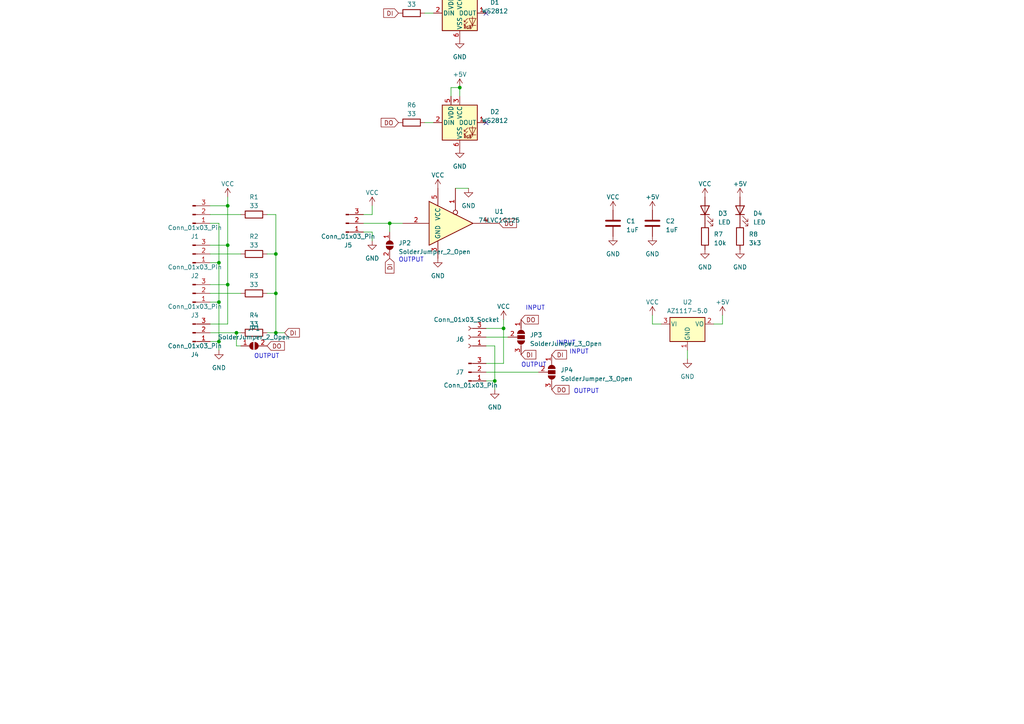
<source format=kicad_sch>
(kicad_sch (version 20230121) (generator eeschema)

  (uuid 80ec429b-c38f-4dbb-974c-0c75467eab2c)

  (paper "A4")

  (lib_symbols
    (symbol "74xGxx:74LVC1G125" (in_bom yes) (on_board yes)
      (property "Reference" "U" (at -10.16 7.62 0)
        (effects (font (size 1.27 1.27)))
      )
      (property "Value" "74LVC1G125" (at 2.54 -7.62 0)
        (effects (font (size 1.27 1.27)))
      )
      (property "Footprint" "" (at 0 0 0)
        (effects (font (size 1.27 1.27)) hide)
      )
      (property "Datasheet" "https://www.ti.com/lit/ds/symlink/sn74lvc1g125.pdf" (at 0 0 0)
        (effects (font (size 1.27 1.27)) hide)
      )
      (property "ki_keywords" "Single Gate Buff Tri-State LVC CMOS" (at 0 0 0)
        (effects (font (size 1.27 1.27)) hide)
      )
      (property "ki_description" "Single Buffer Gate Tri-State, Low-Voltage CMOS" (at 0 0 0)
        (effects (font (size 1.27 1.27)) hide)
      )
      (property "ki_fp_filters" "SOT?23* Texas?R-PDSO-G5?DCK* Texas?R-PDSO-N5?DRL* Texas?X2SON*0.8x0.8mm*P0.48mm*" (at 0 0 0)
        (effects (font (size 1.27 1.27)) hide)
      )
      (symbol "74LVC1G125_0_1"
        (polyline
          (pts
            (xy -7.62 6.35)
            (xy -7.62 -6.35)
            (xy 5.08 0)
            (xy -7.62 6.35)
          )
          (stroke (width 0.254) (type default))
          (fill (type background))
        )
      )
      (symbol "74LVC1G125_1_1"
        (pin input inverted (at 0 10.16 270) (length 7.62)
          (name "~" (effects (font (size 1.27 1.27))))
          (number "1" (effects (font (size 1.27 1.27))))
        )
        (pin input line (at -15.24 0 0) (length 7.62)
          (name "~" (effects (font (size 1.27 1.27))))
          (number "2" (effects (font (size 1.27 1.27))))
        )
        (pin power_in line (at -5.08 -10.16 90) (length 5.08)
          (name "GND" (effects (font (size 1.27 1.27))))
          (number "3" (effects (font (size 1.27 1.27))))
        )
        (pin tri_state line (at 12.7 0 180) (length 7.62)
          (name "~" (effects (font (size 1.27 1.27))))
          (number "4" (effects (font (size 1.27 1.27))))
        )
        (pin power_in line (at -5.08 10.16 270) (length 5.08)
          (name "VCC" (effects (font (size 1.27 1.27))))
          (number "5" (effects (font (size 1.27 1.27))))
        )
      )
    )
    (symbol "Connector:Conn_01x03_Pin" (pin_names (offset 1.016) hide) (in_bom yes) (on_board yes)
      (property "Reference" "J" (at 0 5.08 0)
        (effects (font (size 1.27 1.27)))
      )
      (property "Value" "Conn_01x03_Pin" (at 0 -5.08 0)
        (effects (font (size 1.27 1.27)))
      )
      (property "Footprint" "" (at 0 0 0)
        (effects (font (size 1.27 1.27)) hide)
      )
      (property "Datasheet" "~" (at 0 0 0)
        (effects (font (size 1.27 1.27)) hide)
      )
      (property "ki_locked" "" (at 0 0 0)
        (effects (font (size 1.27 1.27)))
      )
      (property "ki_keywords" "connector" (at 0 0 0)
        (effects (font (size 1.27 1.27)) hide)
      )
      (property "ki_description" "Generic connector, single row, 01x03, script generated" (at 0 0 0)
        (effects (font (size 1.27 1.27)) hide)
      )
      (property "ki_fp_filters" "Connector*:*_1x??_*" (at 0 0 0)
        (effects (font (size 1.27 1.27)) hide)
      )
      (symbol "Conn_01x03_Pin_1_1"
        (polyline
          (pts
            (xy 1.27 -2.54)
            (xy 0.8636 -2.54)
          )
          (stroke (width 0.1524) (type default))
          (fill (type none))
        )
        (polyline
          (pts
            (xy 1.27 0)
            (xy 0.8636 0)
          )
          (stroke (width 0.1524) (type default))
          (fill (type none))
        )
        (polyline
          (pts
            (xy 1.27 2.54)
            (xy 0.8636 2.54)
          )
          (stroke (width 0.1524) (type default))
          (fill (type none))
        )
        (rectangle (start 0.8636 -2.413) (end 0 -2.667)
          (stroke (width 0.1524) (type default))
          (fill (type outline))
        )
        (rectangle (start 0.8636 0.127) (end 0 -0.127)
          (stroke (width 0.1524) (type default))
          (fill (type outline))
        )
        (rectangle (start 0.8636 2.667) (end 0 2.413)
          (stroke (width 0.1524) (type default))
          (fill (type outline))
        )
        (pin passive line (at 5.08 2.54 180) (length 3.81)
          (name "Pin_1" (effects (font (size 1.27 1.27))))
          (number "1" (effects (font (size 1.27 1.27))))
        )
        (pin passive line (at 5.08 0 180) (length 3.81)
          (name "Pin_2" (effects (font (size 1.27 1.27))))
          (number "2" (effects (font (size 1.27 1.27))))
        )
        (pin passive line (at 5.08 -2.54 180) (length 3.81)
          (name "Pin_3" (effects (font (size 1.27 1.27))))
          (number "3" (effects (font (size 1.27 1.27))))
        )
      )
    )
    (symbol "Connector:Conn_01x03_Socket" (pin_names (offset 1.016) hide) (in_bom yes) (on_board yes)
      (property "Reference" "J" (at 0 5.08 0)
        (effects (font (size 1.27 1.27)))
      )
      (property "Value" "Conn_01x03_Socket" (at 0 -5.08 0)
        (effects (font (size 1.27 1.27)))
      )
      (property "Footprint" "" (at 0 0 0)
        (effects (font (size 1.27 1.27)) hide)
      )
      (property "Datasheet" "~" (at 0 0 0)
        (effects (font (size 1.27 1.27)) hide)
      )
      (property "ki_locked" "" (at 0 0 0)
        (effects (font (size 1.27 1.27)))
      )
      (property "ki_keywords" "connector" (at 0 0 0)
        (effects (font (size 1.27 1.27)) hide)
      )
      (property "ki_description" "Generic connector, single row, 01x03, script generated" (at 0 0 0)
        (effects (font (size 1.27 1.27)) hide)
      )
      (property "ki_fp_filters" "Connector*:*_1x??_*" (at 0 0 0)
        (effects (font (size 1.27 1.27)) hide)
      )
      (symbol "Conn_01x03_Socket_1_1"
        (arc (start 0 -2.032) (mid -0.5058 -2.54) (end 0 -3.048)
          (stroke (width 0.1524) (type default))
          (fill (type none))
        )
        (polyline
          (pts
            (xy -1.27 -2.54)
            (xy -0.508 -2.54)
          )
          (stroke (width 0.1524) (type default))
          (fill (type none))
        )
        (polyline
          (pts
            (xy -1.27 0)
            (xy -0.508 0)
          )
          (stroke (width 0.1524) (type default))
          (fill (type none))
        )
        (polyline
          (pts
            (xy -1.27 2.54)
            (xy -0.508 2.54)
          )
          (stroke (width 0.1524) (type default))
          (fill (type none))
        )
        (arc (start 0 0.508) (mid -0.5058 0) (end 0 -0.508)
          (stroke (width 0.1524) (type default))
          (fill (type none))
        )
        (arc (start 0 3.048) (mid -0.5058 2.54) (end 0 2.032)
          (stroke (width 0.1524) (type default))
          (fill (type none))
        )
        (pin passive line (at -5.08 2.54 0) (length 3.81)
          (name "Pin_1" (effects (font (size 1.27 1.27))))
          (number "1" (effects (font (size 1.27 1.27))))
        )
        (pin passive line (at -5.08 0 0) (length 3.81)
          (name "Pin_2" (effects (font (size 1.27 1.27))))
          (number "2" (effects (font (size 1.27 1.27))))
        )
        (pin passive line (at -5.08 -2.54 0) (length 3.81)
          (name "Pin_3" (effects (font (size 1.27 1.27))))
          (number "3" (effects (font (size 1.27 1.27))))
        )
      )
    )
    (symbol "Device:C" (pin_numbers hide) (pin_names (offset 0.254)) (in_bom yes) (on_board yes)
      (property "Reference" "C" (at 0.635 2.54 0)
        (effects (font (size 1.27 1.27)) (justify left))
      )
      (property "Value" "C" (at 0.635 -2.54 0)
        (effects (font (size 1.27 1.27)) (justify left))
      )
      (property "Footprint" "" (at 0.9652 -3.81 0)
        (effects (font (size 1.27 1.27)) hide)
      )
      (property "Datasheet" "~" (at 0 0 0)
        (effects (font (size 1.27 1.27)) hide)
      )
      (property "ki_keywords" "cap capacitor" (at 0 0 0)
        (effects (font (size 1.27 1.27)) hide)
      )
      (property "ki_description" "Unpolarized capacitor" (at 0 0 0)
        (effects (font (size 1.27 1.27)) hide)
      )
      (property "ki_fp_filters" "C_*" (at 0 0 0)
        (effects (font (size 1.27 1.27)) hide)
      )
      (symbol "C_0_1"
        (polyline
          (pts
            (xy -2.032 -0.762)
            (xy 2.032 -0.762)
          )
          (stroke (width 0.508) (type default))
          (fill (type none))
        )
        (polyline
          (pts
            (xy -2.032 0.762)
            (xy 2.032 0.762)
          )
          (stroke (width 0.508) (type default))
          (fill (type none))
        )
      )
      (symbol "C_1_1"
        (pin passive line (at 0 3.81 270) (length 2.794)
          (name "~" (effects (font (size 1.27 1.27))))
          (number "1" (effects (font (size 1.27 1.27))))
        )
        (pin passive line (at 0 -3.81 90) (length 2.794)
          (name "~" (effects (font (size 1.27 1.27))))
          (number "2" (effects (font (size 1.27 1.27))))
        )
      )
    )
    (symbol "Device:LED" (pin_numbers hide) (pin_names (offset 1.016) hide) (in_bom yes) (on_board yes)
      (property "Reference" "D" (at 0 2.54 0)
        (effects (font (size 1.27 1.27)))
      )
      (property "Value" "LED" (at 0 -2.54 0)
        (effects (font (size 1.27 1.27)))
      )
      (property "Footprint" "" (at 0 0 0)
        (effects (font (size 1.27 1.27)) hide)
      )
      (property "Datasheet" "~" (at 0 0 0)
        (effects (font (size 1.27 1.27)) hide)
      )
      (property "ki_keywords" "LED diode" (at 0 0 0)
        (effects (font (size 1.27 1.27)) hide)
      )
      (property "ki_description" "Light emitting diode" (at 0 0 0)
        (effects (font (size 1.27 1.27)) hide)
      )
      (property "ki_fp_filters" "LED* LED_SMD:* LED_THT:*" (at 0 0 0)
        (effects (font (size 1.27 1.27)) hide)
      )
      (symbol "LED_0_1"
        (polyline
          (pts
            (xy -1.27 -1.27)
            (xy -1.27 1.27)
          )
          (stroke (width 0.254) (type default))
          (fill (type none))
        )
        (polyline
          (pts
            (xy -1.27 0)
            (xy 1.27 0)
          )
          (stroke (width 0) (type default))
          (fill (type none))
        )
        (polyline
          (pts
            (xy 1.27 -1.27)
            (xy 1.27 1.27)
            (xy -1.27 0)
            (xy 1.27 -1.27)
          )
          (stroke (width 0.254) (type default))
          (fill (type none))
        )
        (polyline
          (pts
            (xy -3.048 -0.762)
            (xy -4.572 -2.286)
            (xy -3.81 -2.286)
            (xy -4.572 -2.286)
            (xy -4.572 -1.524)
          )
          (stroke (width 0) (type default))
          (fill (type none))
        )
        (polyline
          (pts
            (xy -1.778 -0.762)
            (xy -3.302 -2.286)
            (xy -2.54 -2.286)
            (xy -3.302 -2.286)
            (xy -3.302 -1.524)
          )
          (stroke (width 0) (type default))
          (fill (type none))
        )
      )
      (symbol "LED_1_1"
        (pin passive line (at -3.81 0 0) (length 2.54)
          (name "K" (effects (font (size 1.27 1.27))))
          (number "1" (effects (font (size 1.27 1.27))))
        )
        (pin passive line (at 3.81 0 180) (length 2.54)
          (name "A" (effects (font (size 1.27 1.27))))
          (number "2" (effects (font (size 1.27 1.27))))
        )
      )
    )
    (symbol "Device:R" (pin_numbers hide) (pin_names (offset 0)) (in_bom yes) (on_board yes)
      (property "Reference" "R" (at 2.032 0 90)
        (effects (font (size 1.27 1.27)))
      )
      (property "Value" "R" (at 0 0 90)
        (effects (font (size 1.27 1.27)))
      )
      (property "Footprint" "" (at -1.778 0 90)
        (effects (font (size 1.27 1.27)) hide)
      )
      (property "Datasheet" "~" (at 0 0 0)
        (effects (font (size 1.27 1.27)) hide)
      )
      (property "ki_keywords" "R res resistor" (at 0 0 0)
        (effects (font (size 1.27 1.27)) hide)
      )
      (property "ki_description" "Resistor" (at 0 0 0)
        (effects (font (size 1.27 1.27)) hide)
      )
      (property "ki_fp_filters" "R_*" (at 0 0 0)
        (effects (font (size 1.27 1.27)) hide)
      )
      (symbol "R_0_1"
        (rectangle (start -1.016 -2.54) (end 1.016 2.54)
          (stroke (width 0.254) (type default))
          (fill (type none))
        )
      )
      (symbol "R_1_1"
        (pin passive line (at 0 3.81 270) (length 1.27)
          (name "~" (effects (font (size 1.27 1.27))))
          (number "1" (effects (font (size 1.27 1.27))))
        )
        (pin passive line (at 0 -3.81 90) (length 1.27)
          (name "~" (effects (font (size 1.27 1.27))))
          (number "2" (effects (font (size 1.27 1.27))))
        )
      )
    )
    (symbol "Jumper:SolderJumper_2_Open" (pin_names (offset 0) hide) (in_bom yes) (on_board yes)
      (property "Reference" "JP" (at 0 2.032 0)
        (effects (font (size 1.27 1.27)))
      )
      (property "Value" "SolderJumper_2_Open" (at 0 -2.54 0)
        (effects (font (size 1.27 1.27)))
      )
      (property "Footprint" "" (at 0 0 0)
        (effects (font (size 1.27 1.27)) hide)
      )
      (property "Datasheet" "~" (at 0 0 0)
        (effects (font (size 1.27 1.27)) hide)
      )
      (property "ki_keywords" "solder jumper SPST" (at 0 0 0)
        (effects (font (size 1.27 1.27)) hide)
      )
      (property "ki_description" "Solder Jumper, 2-pole, open" (at 0 0 0)
        (effects (font (size 1.27 1.27)) hide)
      )
      (property "ki_fp_filters" "SolderJumper*Open*" (at 0 0 0)
        (effects (font (size 1.27 1.27)) hide)
      )
      (symbol "SolderJumper_2_Open_0_1"
        (arc (start -0.254 1.016) (mid -1.2656 0) (end -0.254 -1.016)
          (stroke (width 0) (type default))
          (fill (type none))
        )
        (arc (start -0.254 1.016) (mid -1.2656 0) (end -0.254 -1.016)
          (stroke (width 0) (type default))
          (fill (type outline))
        )
        (polyline
          (pts
            (xy -0.254 1.016)
            (xy -0.254 -1.016)
          )
          (stroke (width 0) (type default))
          (fill (type none))
        )
        (polyline
          (pts
            (xy 0.254 1.016)
            (xy 0.254 -1.016)
          )
          (stroke (width 0) (type default))
          (fill (type none))
        )
        (arc (start 0.254 -1.016) (mid 1.2656 0) (end 0.254 1.016)
          (stroke (width 0) (type default))
          (fill (type none))
        )
        (arc (start 0.254 -1.016) (mid 1.2656 0) (end 0.254 1.016)
          (stroke (width 0) (type default))
          (fill (type outline))
        )
      )
      (symbol "SolderJumper_2_Open_1_1"
        (pin passive line (at -3.81 0 0) (length 2.54)
          (name "A" (effects (font (size 1.27 1.27))))
          (number "1" (effects (font (size 1.27 1.27))))
        )
        (pin passive line (at 3.81 0 180) (length 2.54)
          (name "B" (effects (font (size 1.27 1.27))))
          (number "2" (effects (font (size 1.27 1.27))))
        )
      )
    )
    (symbol "Jumper:SolderJumper_3_Open" (pin_names (offset 0) hide) (in_bom yes) (on_board yes)
      (property "Reference" "JP" (at -2.54 -2.54 0)
        (effects (font (size 1.27 1.27)))
      )
      (property "Value" "SolderJumper_3_Open" (at 0 2.794 0)
        (effects (font (size 1.27 1.27)))
      )
      (property "Footprint" "" (at 0 0 0)
        (effects (font (size 1.27 1.27)) hide)
      )
      (property "Datasheet" "~" (at 0 0 0)
        (effects (font (size 1.27 1.27)) hide)
      )
      (property "ki_keywords" "Solder Jumper SPDT" (at 0 0 0)
        (effects (font (size 1.27 1.27)) hide)
      )
      (property "ki_description" "Solder Jumper, 3-pole, open" (at 0 0 0)
        (effects (font (size 1.27 1.27)) hide)
      )
      (property "ki_fp_filters" "SolderJumper*Open*" (at 0 0 0)
        (effects (font (size 1.27 1.27)) hide)
      )
      (symbol "SolderJumper_3_Open_0_1"
        (arc (start -1.016 1.016) (mid -2.0276 0) (end -1.016 -1.016)
          (stroke (width 0) (type default))
          (fill (type none))
        )
        (arc (start -1.016 1.016) (mid -2.0276 0) (end -1.016 -1.016)
          (stroke (width 0) (type default))
          (fill (type outline))
        )
        (rectangle (start -0.508 1.016) (end 0.508 -1.016)
          (stroke (width 0) (type default))
          (fill (type outline))
        )
        (polyline
          (pts
            (xy -2.54 0)
            (xy -2.032 0)
          )
          (stroke (width 0) (type default))
          (fill (type none))
        )
        (polyline
          (pts
            (xy -1.016 1.016)
            (xy -1.016 -1.016)
          )
          (stroke (width 0) (type default))
          (fill (type none))
        )
        (polyline
          (pts
            (xy 0 -1.27)
            (xy 0 -1.016)
          )
          (stroke (width 0) (type default))
          (fill (type none))
        )
        (polyline
          (pts
            (xy 1.016 1.016)
            (xy 1.016 -1.016)
          )
          (stroke (width 0) (type default))
          (fill (type none))
        )
        (polyline
          (pts
            (xy 2.54 0)
            (xy 2.032 0)
          )
          (stroke (width 0) (type default))
          (fill (type none))
        )
        (arc (start 1.016 -1.016) (mid 2.0276 0) (end 1.016 1.016)
          (stroke (width 0) (type default))
          (fill (type none))
        )
        (arc (start 1.016 -1.016) (mid 2.0276 0) (end 1.016 1.016)
          (stroke (width 0) (type default))
          (fill (type outline))
        )
      )
      (symbol "SolderJumper_3_Open_1_1"
        (pin passive line (at -5.08 0 0) (length 2.54)
          (name "A" (effects (font (size 1.27 1.27))))
          (number "1" (effects (font (size 1.27 1.27))))
        )
        (pin passive line (at 0 -3.81 90) (length 2.54)
          (name "C" (effects (font (size 1.27 1.27))))
          (number "2" (effects (font (size 1.27 1.27))))
        )
        (pin passive line (at 5.08 0 180) (length 2.54)
          (name "B" (effects (font (size 1.27 1.27))))
          (number "3" (effects (font (size 1.27 1.27))))
        )
      )
    )
    (symbol "LED:WS2812" (pin_names (offset 0.254)) (in_bom yes) (on_board yes)
      (property "Reference" "D" (at 5.08 5.715 0)
        (effects (font (size 1.27 1.27)) (justify right bottom))
      )
      (property "Value" "WS2812" (at 1.27 -5.715 0)
        (effects (font (size 1.27 1.27)) (justify left top))
      )
      (property "Footprint" "LED_SMD:LED_WS2812_PLCC6_5.0x5.0mm_P1.6mm" (at 1.27 -7.62 0)
        (effects (font (size 1.27 1.27)) (justify left top) hide)
      )
      (property "Datasheet" "https://cdn-shop.adafruit.com/datasheets/WS2812.pdf" (at 2.54 -9.525 0)
        (effects (font (size 1.27 1.27)) (justify left top) hide)
      )
      (property "ki_keywords" "RGB LED NeoPixel addressable" (at 0 0 0)
        (effects (font (size 1.27 1.27)) hide)
      )
      (property "ki_description" "RGB LED with integrated controller" (at 0 0 0)
        (effects (font (size 1.27 1.27)) hide)
      )
      (property "ki_fp_filters" "LED*WS2812*PLCC*5.0x5.0mm*P1.6mm*" (at 0 0 0)
        (effects (font (size 1.27 1.27)) hide)
      )
      (symbol "WS2812_0_0"
        (text "RGB" (at 2.286 -4.191 0)
          (effects (font (size 0.762 0.762)))
        )
      )
      (symbol "WS2812_0_1"
        (polyline
          (pts
            (xy 1.27 -3.556)
            (xy 1.778 -3.556)
          )
          (stroke (width 0) (type default))
          (fill (type none))
        )
        (polyline
          (pts
            (xy 1.27 -2.54)
            (xy 1.778 -2.54)
          )
          (stroke (width 0) (type default))
          (fill (type none))
        )
        (polyline
          (pts
            (xy 4.699 -3.556)
            (xy 2.667 -3.556)
          )
          (stroke (width 0) (type default))
          (fill (type none))
        )
        (polyline
          (pts
            (xy 2.286 -2.54)
            (xy 1.27 -3.556)
            (xy 1.27 -3.048)
          )
          (stroke (width 0) (type default))
          (fill (type none))
        )
        (polyline
          (pts
            (xy 2.286 -1.524)
            (xy 1.27 -2.54)
            (xy 1.27 -2.032)
          )
          (stroke (width 0) (type default))
          (fill (type none))
        )
        (polyline
          (pts
            (xy 3.683 -1.016)
            (xy 3.683 -3.556)
            (xy 3.683 -4.064)
          )
          (stroke (width 0) (type default))
          (fill (type none))
        )
        (polyline
          (pts
            (xy 4.699 -1.524)
            (xy 2.667 -1.524)
            (xy 3.683 -3.556)
            (xy 4.699 -1.524)
          )
          (stroke (width 0) (type default))
          (fill (type none))
        )
        (rectangle (start 5.08 5.08) (end -5.08 -5.08)
          (stroke (width 0.254) (type default))
          (fill (type background))
        )
      )
      (symbol "WS2812_1_1"
        (pin output line (at 7.62 0 180) (length 2.54)
          (name "DOUT" (effects (font (size 1.27 1.27))))
          (number "1" (effects (font (size 1.27 1.27))))
        )
        (pin input line (at -7.62 0 0) (length 2.54)
          (name "DIN" (effects (font (size 1.27 1.27))))
          (number "2" (effects (font (size 1.27 1.27))))
        )
        (pin power_in line (at 0 7.62 270) (length 2.54)
          (name "VCC" (effects (font (size 1.27 1.27))))
          (number "3" (effects (font (size 1.27 1.27))))
        )
        (pin no_connect line (at 5.08 2.54 180) (length 2.54) hide
          (name "NC" (effects (font (size 1.27 1.27))))
          (number "4" (effects (font (size 1.27 1.27))))
        )
        (pin power_in line (at -2.54 7.62 270) (length 2.54)
          (name "VDD" (effects (font (size 1.27 1.27))))
          (number "5" (effects (font (size 1.27 1.27))))
        )
        (pin power_in line (at 0 -7.62 90) (length 2.54)
          (name "VSS" (effects (font (size 1.27 1.27))))
          (number "6" (effects (font (size 1.27 1.27))))
        )
      )
    )
    (symbol "Regulator_Linear:AZ1117-5.0" (pin_names (offset 0.254)) (in_bom yes) (on_board yes)
      (property "Reference" "U" (at -3.81 3.175 0)
        (effects (font (size 1.27 1.27)))
      )
      (property "Value" "AZ1117-5.0" (at 0 3.175 0)
        (effects (font (size 1.27 1.27)) (justify left))
      )
      (property "Footprint" "" (at 0 6.35 0)
        (effects (font (size 1.27 1.27) italic) hide)
      )
      (property "Datasheet" "https://www.diodes.com/assets/Datasheets/AZ1117.pdf" (at 0 0 0)
        (effects (font (size 1.27 1.27)) hide)
      )
      (property "ki_keywords" "Fixed Voltage Regulator 1A Positive LDO" (at 0 0 0)
        (effects (font (size 1.27 1.27)) hide)
      )
      (property "ki_description" "1A 20V Fixed LDO Linear Regulator, 5.0V, SOT-89/SOT-223/TO-220/TO-252/TO-263" (at 0 0 0)
        (effects (font (size 1.27 1.27)) hide)
      )
      (property "ki_fp_filters" "SOT?223* SOT?89* TO?220* TO?252* TO?263*" (at 0 0 0)
        (effects (font (size 1.27 1.27)) hide)
      )
      (symbol "AZ1117-5.0_0_1"
        (rectangle (start -5.08 1.905) (end 5.08 -5.08)
          (stroke (width 0.254) (type default))
          (fill (type background))
        )
      )
      (symbol "AZ1117-5.0_1_1"
        (pin power_in line (at 0 -7.62 90) (length 2.54)
          (name "GND" (effects (font (size 1.27 1.27))))
          (number "1" (effects (font (size 1.27 1.27))))
        )
        (pin power_out line (at 7.62 0 180) (length 2.54)
          (name "VO" (effects (font (size 1.27 1.27))))
          (number "2" (effects (font (size 1.27 1.27))))
        )
        (pin power_in line (at -7.62 0 0) (length 2.54)
          (name "VI" (effects (font (size 1.27 1.27))))
          (number "3" (effects (font (size 1.27 1.27))))
        )
      )
    )
    (symbol "power:+5V" (power) (pin_names (offset 0)) (in_bom yes) (on_board yes)
      (property "Reference" "#PWR" (at 0 -3.81 0)
        (effects (font (size 1.27 1.27)) hide)
      )
      (property "Value" "+5V" (at 0 3.556 0)
        (effects (font (size 1.27 1.27)))
      )
      (property "Footprint" "" (at 0 0 0)
        (effects (font (size 1.27 1.27)) hide)
      )
      (property "Datasheet" "" (at 0 0 0)
        (effects (font (size 1.27 1.27)) hide)
      )
      (property "ki_keywords" "global power" (at 0 0 0)
        (effects (font (size 1.27 1.27)) hide)
      )
      (property "ki_description" "Power symbol creates a global label with name \"+5V\"" (at 0 0 0)
        (effects (font (size 1.27 1.27)) hide)
      )
      (symbol "+5V_0_1"
        (polyline
          (pts
            (xy -0.762 1.27)
            (xy 0 2.54)
          )
          (stroke (width 0) (type default))
          (fill (type none))
        )
        (polyline
          (pts
            (xy 0 0)
            (xy 0 2.54)
          )
          (stroke (width 0) (type default))
          (fill (type none))
        )
        (polyline
          (pts
            (xy 0 2.54)
            (xy 0.762 1.27)
          )
          (stroke (width 0) (type default))
          (fill (type none))
        )
      )
      (symbol "+5V_1_1"
        (pin power_in line (at 0 0 90) (length 0) hide
          (name "+5V" (effects (font (size 1.27 1.27))))
          (number "1" (effects (font (size 1.27 1.27))))
        )
      )
    )
    (symbol "power:GND" (power) (pin_names (offset 0)) (in_bom yes) (on_board yes)
      (property "Reference" "#PWR" (at 0 -6.35 0)
        (effects (font (size 1.27 1.27)) hide)
      )
      (property "Value" "GND" (at 0 -3.81 0)
        (effects (font (size 1.27 1.27)))
      )
      (property "Footprint" "" (at 0 0 0)
        (effects (font (size 1.27 1.27)) hide)
      )
      (property "Datasheet" "" (at 0 0 0)
        (effects (font (size 1.27 1.27)) hide)
      )
      (property "ki_keywords" "global power" (at 0 0 0)
        (effects (font (size 1.27 1.27)) hide)
      )
      (property "ki_description" "Power symbol creates a global label with name \"GND\" , ground" (at 0 0 0)
        (effects (font (size 1.27 1.27)) hide)
      )
      (symbol "GND_0_1"
        (polyline
          (pts
            (xy 0 0)
            (xy 0 -1.27)
            (xy 1.27 -1.27)
            (xy 0 -2.54)
            (xy -1.27 -1.27)
            (xy 0 -1.27)
          )
          (stroke (width 0) (type default))
          (fill (type none))
        )
      )
      (symbol "GND_1_1"
        (pin power_in line (at 0 0 270) (length 0) hide
          (name "GND" (effects (font (size 1.27 1.27))))
          (number "1" (effects (font (size 1.27 1.27))))
        )
      )
    )
    (symbol "power:VCC" (power) (pin_names (offset 0)) (in_bom yes) (on_board yes)
      (property "Reference" "#PWR" (at 0 -3.81 0)
        (effects (font (size 1.27 1.27)) hide)
      )
      (property "Value" "VCC" (at 0 3.81 0)
        (effects (font (size 1.27 1.27)))
      )
      (property "Footprint" "" (at 0 0 0)
        (effects (font (size 1.27 1.27)) hide)
      )
      (property "Datasheet" "" (at 0 0 0)
        (effects (font (size 1.27 1.27)) hide)
      )
      (property "ki_keywords" "global power" (at 0 0 0)
        (effects (font (size 1.27 1.27)) hide)
      )
      (property "ki_description" "Power symbol creates a global label with name \"VCC\"" (at 0 0 0)
        (effects (font (size 1.27 1.27)) hide)
      )
      (symbol "VCC_0_1"
        (polyline
          (pts
            (xy -0.762 1.27)
            (xy 0 2.54)
          )
          (stroke (width 0) (type default))
          (fill (type none))
        )
        (polyline
          (pts
            (xy 0 0)
            (xy 0 2.54)
          )
          (stroke (width 0) (type default))
          (fill (type none))
        )
        (polyline
          (pts
            (xy 0 2.54)
            (xy 0.762 1.27)
          )
          (stroke (width 0) (type default))
          (fill (type none))
        )
      )
      (symbol "VCC_1_1"
        (pin power_in line (at 0 0 90) (length 0) hide
          (name "VCC" (effects (font (size 1.27 1.27))))
          (number "1" (effects (font (size 1.27 1.27))))
        )
      )
    )
  )


  (junction (at 68.58 96.52) (diameter 0) (color 0 0 0 0)
    (uuid 013d809d-8ea2-4dc7-969a-93d2ac59b3a3)
  )
  (junction (at 113.03 64.77) (diameter 0) (color 0 0 0 0)
    (uuid 02c54c5d-a37b-46d9-89b9-871c67de733d)
  )
  (junction (at 63.5 76.2) (diameter 0) (color 0 0 0 0)
    (uuid 1485a20c-a216-47e0-98ea-68c2971d65f6)
  )
  (junction (at 80.01 85.09) (diameter 0) (color 0 0 0 0)
    (uuid 26e15436-d8a7-49bb-a05c-f0a9b4db26d5)
  )
  (junction (at 133.35 25.4) (diameter 0) (color 0 0 0 0)
    (uuid 2e323c32-99a5-47da-8cfd-f523d8732702)
  )
  (junction (at 66.04 59.69) (diameter 0) (color 0 0 0 0)
    (uuid 2f5c4651-1385-46f7-ae57-6be61da39791)
  )
  (junction (at 143.51 110.49) (diameter 0) (color 0 0 0 0)
    (uuid 37f776c0-65c2-492a-aa0f-9a24ccda3114)
  )
  (junction (at 63.5 99.06) (diameter 0) (color 0 0 0 0)
    (uuid 5c98655c-dee1-4c31-9be3-1f8b2a6f9ccb)
  )
  (junction (at 63.5 87.63) (diameter 0) (color 0 0 0 0)
    (uuid 61bd5162-8493-4878-88e6-e55592235757)
  )
  (junction (at 80.01 96.52) (diameter 0) (color 0 0 0 0)
    (uuid 6d970ffc-b575-48e7-94a9-003d1f8fe4a8)
  )
  (junction (at 146.05 95.25) (diameter 0) (color 0 0 0 0)
    (uuid 7c27cd82-b210-4e4b-864c-bc296880395e)
  )
  (junction (at 133.35 -6.35) (diameter 0) (color 0 0 0 0)
    (uuid ce2795e4-59ec-4d70-9bb3-12064ec1cc20)
  )
  (junction (at 80.01 73.66) (diameter 0) (color 0 0 0 0)
    (uuid d138d6c4-cba5-486a-a0c5-b3049a05fc28)
  )
  (junction (at 66.04 71.12) (diameter 0) (color 0 0 0 0)
    (uuid d46c422e-6440-4335-9a92-86944b7fdd43)
  )
  (junction (at 66.04 82.55) (diameter 0) (color 0 0 0 0)
    (uuid ffb791ed-b919-437c-bf26-62ce9932a654)
  )

  (no_connect (at 140.97 3.81) (uuid 1b07710a-05c8-444d-9793-acea198a6322))
  (no_connect (at 140.97 35.56) (uuid b8d2219e-5ee1-4b92-b393-bc85c43a1f2a))

  (wire (pts (xy 66.04 57.15) (xy 66.04 59.69))
    (stroke (width 0) (type default))
    (uuid 091931a4-05b5-49c6-ac9f-c8f92291c05f)
  )
  (wire (pts (xy 130.81 -3.81) (xy 130.81 -6.35))
    (stroke (width 0) (type default))
    (uuid 1000b62a-e309-4c98-8c80-302c67f9b81a)
  )
  (wire (pts (xy 209.55 93.98) (xy 207.01 93.98))
    (stroke (width 0) (type default))
    (uuid 1c73abe3-38fb-4177-a27c-a122ca442d8b)
  )
  (wire (pts (xy 63.5 64.77) (xy 60.96 64.77))
    (stroke (width 0) (type default))
    (uuid 1d4720b5-32d9-402b-9e38-68a6fd601a9f)
  )
  (wire (pts (xy 60.96 62.23) (xy 69.85 62.23))
    (stroke (width 0) (type default))
    (uuid 20ffa378-d6ba-4fcc-9f0b-fc34948c61d5)
  )
  (wire (pts (xy 105.41 62.23) (xy 107.95 62.23))
    (stroke (width 0) (type default))
    (uuid 25a235b1-24df-4f24-b77a-5b6b2d6cf5bd)
  )
  (wire (pts (xy 140.97 107.95) (xy 156.21 107.95))
    (stroke (width 0) (type default))
    (uuid 2aebef04-6367-4d1b-85d2-ca8ba0188a7b)
  )
  (wire (pts (xy 123.19 35.56) (xy 125.73 35.56))
    (stroke (width 0) (type default))
    (uuid 2b58f65a-86af-471d-881c-f4deb561c815)
  )
  (wire (pts (xy 143.51 110.49) (xy 143.51 113.03))
    (stroke (width 0) (type default))
    (uuid 3cd1750c-e139-483e-9cf1-3992338c6f3c)
  )
  (wire (pts (xy 209.55 91.44) (xy 209.55 93.98))
    (stroke (width 0) (type default))
    (uuid 46ea8bf3-dabd-41ae-a267-8a0f7f35d1bd)
  )
  (wire (pts (xy 147.32 97.79) (xy 140.97 97.79))
    (stroke (width 0) (type default))
    (uuid 4d91ee7f-a297-4c67-88ad-b3e9d3267ece)
  )
  (wire (pts (xy 133.35 -6.35) (xy 133.35 -3.81))
    (stroke (width 0) (type default))
    (uuid 4fc42c3b-97d3-48b9-aa76-9f39afd094d6)
  )
  (wire (pts (xy 66.04 71.12) (xy 60.96 71.12))
    (stroke (width 0) (type default))
    (uuid 549b2452-62c6-4e1e-ac59-df2afeec4018)
  )
  (wire (pts (xy 140.97 105.41) (xy 146.05 105.41))
    (stroke (width 0) (type default))
    (uuid 56d6f262-53ea-4e0b-9608-67ec828d1c73)
  )
  (wire (pts (xy 77.47 85.09) (xy 80.01 85.09))
    (stroke (width 0) (type default))
    (uuid 583027fc-9e7d-4b45-9c8e-34638c26dff2)
  )
  (wire (pts (xy 63.5 99.06) (xy 63.5 101.6))
    (stroke (width 0) (type default))
    (uuid 5852fdfb-275c-4978-8400-6d946399f5a0)
  )
  (wire (pts (xy 68.58 100.33) (xy 69.85 100.33))
    (stroke (width 0) (type default))
    (uuid 5cbceb7e-22f2-4354-96ac-e7e88ab75c13)
  )
  (wire (pts (xy 63.5 76.2) (xy 60.96 76.2))
    (stroke (width 0) (type default))
    (uuid 5ce3ecfb-564e-4f33-a3a0-fcf61ec6e658)
  )
  (wire (pts (xy 77.47 62.23) (xy 80.01 62.23))
    (stroke (width 0) (type default))
    (uuid 5e2f5b16-ec10-451e-8a75-5ff7cf6ead1f)
  )
  (wire (pts (xy 60.96 59.69) (xy 66.04 59.69))
    (stroke (width 0) (type default))
    (uuid 63530db5-ac62-4f34-b98a-72582539c5b1)
  )
  (wire (pts (xy 60.96 85.09) (xy 69.85 85.09))
    (stroke (width 0) (type default))
    (uuid 63d43908-0a12-4e5e-9a6d-295dda6bddec)
  )
  (wire (pts (xy 146.05 95.25) (xy 140.97 95.25))
    (stroke (width 0) (type default))
    (uuid 644a35bb-4fb9-4141-813f-56abdb8e8d92)
  )
  (wire (pts (xy 66.04 71.12) (xy 66.04 82.55))
    (stroke (width 0) (type default))
    (uuid 65c0cd79-dd0b-40c8-bc1c-0c4188486239)
  )
  (wire (pts (xy 123.19 3.81) (xy 125.73 3.81))
    (stroke (width 0) (type default))
    (uuid 67056065-a0cd-4328-a83c-e73c1cece5d0)
  )
  (wire (pts (xy 132.08 54.61) (xy 135.89 54.61))
    (stroke (width 0) (type default))
    (uuid 670e76f7-a26c-4836-9c98-507aea719f44)
  )
  (wire (pts (xy 113.03 64.77) (xy 113.03 67.31))
    (stroke (width 0) (type default))
    (uuid 6b5a2ab7-b5f8-4f07-80a9-6ed5f6d17701)
  )
  (wire (pts (xy 66.04 59.69) (xy 66.04 71.12))
    (stroke (width 0) (type default))
    (uuid 6d341158-754c-42c0-99ab-c877d777fb95)
  )
  (wire (pts (xy 199.39 101.6) (xy 199.39 104.14))
    (stroke (width 0) (type default))
    (uuid 723b78c7-846e-48aa-aef4-ac03b4037b90)
  )
  (wire (pts (xy 63.5 99.06) (xy 63.5 87.63))
    (stroke (width 0) (type default))
    (uuid 770e0cd0-d79c-491f-a0a1-fa6625f0b363)
  )
  (wire (pts (xy 80.01 73.66) (xy 80.01 85.09))
    (stroke (width 0) (type default))
    (uuid 776b3735-b3db-42bd-879d-f3fd906c00fb)
  )
  (wire (pts (xy 77.47 73.66) (xy 80.01 73.66))
    (stroke (width 0) (type default))
    (uuid 7cdbfcf5-a006-4e2a-b358-8eda9dbd7436)
  )
  (wire (pts (xy 146.05 92.71) (xy 146.05 95.25))
    (stroke (width 0) (type default))
    (uuid 82762a15-beb4-4ff6-989a-b43930afd08c)
  )
  (wire (pts (xy 66.04 82.55) (xy 60.96 82.55))
    (stroke (width 0) (type default))
    (uuid 890f84c1-7c00-4ca8-9be9-496ebe0cad19)
  )
  (wire (pts (xy 113.03 64.77) (xy 116.84 64.77))
    (stroke (width 0) (type default))
    (uuid 8a9bcfb1-6190-4ba5-830c-41387e463734)
  )
  (wire (pts (xy 60.96 73.66) (xy 69.85 73.66))
    (stroke (width 0) (type default))
    (uuid 8b2604ca-4226-4b1e-884c-0bf3192480bb)
  )
  (wire (pts (xy 80.01 62.23) (xy 80.01 73.66))
    (stroke (width 0) (type default))
    (uuid 8f5e91e4-3327-4909-b6fd-493ed02327e7)
  )
  (wire (pts (xy 66.04 82.55) (xy 66.04 93.98))
    (stroke (width 0) (type default))
    (uuid 9232b2c5-bbdd-48d9-83d6-9f325fb873b9)
  )
  (wire (pts (xy 133.35 25.4) (xy 133.35 27.94))
    (stroke (width 0) (type default))
    (uuid 9341c68d-9ca6-48f7-94ac-f800479b9f20)
  )
  (wire (pts (xy 140.97 110.49) (xy 143.51 110.49))
    (stroke (width 0) (type default))
    (uuid 9fcac488-e5fa-45ae-b13d-e2383b2b4a58)
  )
  (wire (pts (xy 60.96 99.06) (xy 63.5 99.06))
    (stroke (width 0) (type default))
    (uuid a6b5bf5f-c9ac-4d8c-af7d-0f1b43176624)
  )
  (wire (pts (xy 191.77 93.98) (xy 189.23 93.98))
    (stroke (width 0) (type default))
    (uuid a7ebc58f-08a6-4323-b33e-9561cc064176)
  )
  (wire (pts (xy 66.04 93.98) (xy 60.96 93.98))
    (stroke (width 0) (type default))
    (uuid ac9de31b-78d9-4ad3-8a43-665a986f83ed)
  )
  (wire (pts (xy 80.01 96.52) (xy 82.55 96.52))
    (stroke (width 0) (type default))
    (uuid af6bb3cf-171d-4e37-b5c8-1a57a82c1304)
  )
  (wire (pts (xy 60.96 96.52) (xy 68.58 96.52))
    (stroke (width 0) (type default))
    (uuid b1253b7c-80c7-4afe-ae65-a1824fc05295)
  )
  (wire (pts (xy 107.95 62.23) (xy 107.95 59.69))
    (stroke (width 0) (type default))
    (uuid b163ce5b-72a2-47bd-ac24-de4bad04a894)
  )
  (wire (pts (xy 63.5 87.63) (xy 60.96 87.63))
    (stroke (width 0) (type default))
    (uuid b2c93756-a6a1-4f92-9d7c-399eb18ebcbe)
  )
  (wire (pts (xy 130.81 -6.35) (xy 133.35 -6.35))
    (stroke (width 0) (type default))
    (uuid b439ef67-3495-4f8f-8ed7-2933689851c8)
  )
  (wire (pts (xy 77.47 96.52) (xy 80.01 96.52))
    (stroke (width 0) (type default))
    (uuid b5f64d61-69b2-4e03-9fa4-46f8bb5407c9)
  )
  (wire (pts (xy 63.5 87.63) (xy 63.5 76.2))
    (stroke (width 0) (type default))
    (uuid b6f05c99-9e3d-4c6e-ab68-e61f7f42c31a)
  )
  (wire (pts (xy 105.41 64.77) (xy 113.03 64.77))
    (stroke (width 0) (type default))
    (uuid b8077969-218c-462f-a5b3-ab5abedc544e)
  )
  (wire (pts (xy 68.58 96.52) (xy 69.85 96.52))
    (stroke (width 0) (type default))
    (uuid bb8e3c77-5c93-4270-b461-f3a25abcfa58)
  )
  (wire (pts (xy 63.5 76.2) (xy 63.5 64.77))
    (stroke (width 0) (type default))
    (uuid c2f4eab9-33fb-4128-98f0-2c5f2370b093)
  )
  (wire (pts (xy 189.23 93.98) (xy 189.23 91.44))
    (stroke (width 0) (type default))
    (uuid c70d9f24-30a8-4c81-bb9f-68415bebf3d9)
  )
  (wire (pts (xy 80.01 85.09) (xy 80.01 96.52))
    (stroke (width 0) (type default))
    (uuid cb732f9b-bff0-48ca-a5d4-9bee5683c873)
  )
  (wire (pts (xy 68.58 96.52) (xy 68.58 100.33))
    (stroke (width 0) (type default))
    (uuid d9ac59f0-6a30-48ec-bb88-f744b33a8869)
  )
  (wire (pts (xy 146.05 105.41) (xy 146.05 95.25))
    (stroke (width 0) (type default))
    (uuid de7bdc27-ebf0-4bfe-95cb-9dc7d9984fc5)
  )
  (wire (pts (xy 130.81 27.94) (xy 130.81 25.4))
    (stroke (width 0) (type default))
    (uuid e9951560-6561-44f2-a62b-f045c42399d9)
  )
  (wire (pts (xy 105.41 67.31) (xy 107.95 67.31))
    (stroke (width 0) (type default))
    (uuid ea4516de-1848-4092-9fa0-80ded08d31d1)
  )
  (wire (pts (xy 140.97 100.33) (xy 143.51 100.33))
    (stroke (width 0) (type default))
    (uuid ed5ac227-b0d0-48e2-8a1c-aac570ca20d1)
  )
  (wire (pts (xy 143.51 100.33) (xy 143.51 110.49))
    (stroke (width 0) (type default))
    (uuid f369a8a6-e7ae-4a27-9feb-24c50138d1a8)
  )
  (wire (pts (xy 130.81 25.4) (xy 133.35 25.4))
    (stroke (width 0) (type default))
    (uuid f40c78da-79ac-459e-8c11-d926bd8c841a)
  )
  (wire (pts (xy 107.95 67.31) (xy 107.95 69.85))
    (stroke (width 0) (type default))
    (uuid fd55d720-5d46-4a77-a596-03f1181033cc)
  )

  (text "OUTPUT" (at 166.37 114.3 0)
    (effects (font (size 1.27 1.27)) (justify left bottom))
    (uuid 0b1d7151-59e6-4a49-be01-2ba04ea33c80)
  )
  (text "INPUT" (at 165.1 102.87 0)
    (effects (font (size 1.27 1.27)) (justify left bottom))
    (uuid 14666ddf-d061-4b35-9c6d-574f5a0a9687)
  )
  (text "OUTPUT" (at 115.57 76.2 0)
    (effects (font (size 1.27 1.27)) (justify left bottom))
    (uuid 36c33c0f-eae4-45e7-aa2c-d35f1a7aa4bc)
  )
  (text "OUTPUT" (at 151.13 106.68 0)
    (effects (font (size 1.27 1.27)) (justify left bottom))
    (uuid 6de43c1b-cca6-4b71-9a87-a315a888019f)
  )
  (text "INPUT" (at 152.4 90.17 0)
    (effects (font (size 1.27 1.27)) (justify left bottom))
    (uuid 7550b4b1-05df-4ac6-a61a-76a45a94375b)
  )
  (text "INPUT" (at 161.29 100.33 0)
    (effects (font (size 1.27 1.27)) (justify left bottom))
    (uuid b209e53f-4908-4e18-93f4-630c8a04e308)
  )
  (text "OUTPUT" (at 73.66 104.14 0)
    (effects (font (size 1.27 1.27)) (justify left bottom))
    (uuid ee6637c9-b471-4e93-86c6-c9ec9062a84d)
  )

  (global_label "DO" (shape input) (at 144.78 64.77 0) (fields_autoplaced)
    (effects (font (size 1.27 1.27)) (justify left))
    (uuid 17276403-2a03-4f59-94af-79e1f0169279)
    (property "Intersheetrefs" "${INTERSHEET_REFS}" (at 150.2863 64.77 0)
      (effects (font (size 1.27 1.27)) (justify left) hide)
    )
  )
  (global_label "DO" (shape input) (at 77.47 100.33 0) (fields_autoplaced)
    (effects (font (size 1.27 1.27)) (justify left))
    (uuid 19b84132-8708-48f3-9480-683e1e35722b)
    (property "Intersheetrefs" "${INTERSHEET_REFS}" (at 82.9763 100.33 0)
      (effects (font (size 1.27 1.27)) (justify left) hide)
    )
  )
  (global_label "DI" (shape input) (at 151.13 102.87 0) (fields_autoplaced)
    (effects (font (size 1.27 1.27)) (justify left))
    (uuid 312d419e-5628-4cb3-b621-2a11a6239bf0)
    (property "Intersheetrefs" "${INTERSHEET_REFS}" (at 155.9106 102.87 0)
      (effects (font (size 1.27 1.27)) (justify left) hide)
    )
  )
  (global_label "DI" (shape input) (at 82.55 96.52 0) (fields_autoplaced)
    (effects (font (size 1.27 1.27)) (justify left))
    (uuid 36c16fa8-1f44-470f-b2ba-ede5ba26e400)
    (property "Intersheetrefs" "${INTERSHEET_REFS}" (at 87.3306 96.52 0)
      (effects (font (size 1.27 1.27)) (justify left) hide)
    )
  )
  (global_label "DO" (shape input) (at 160.02 113.03 0) (fields_autoplaced)
    (effects (font (size 1.27 1.27)) (justify left))
    (uuid 37131a8b-ec08-48e8-8390-0bf1a1d01d17)
    (property "Intersheetrefs" "${INTERSHEET_REFS}" (at 165.5263 113.03 0)
      (effects (font (size 1.27 1.27)) (justify left) hide)
    )
  )
  (global_label "DO" (shape input) (at 151.13 92.71 0) (fields_autoplaced)
    (effects (font (size 1.27 1.27)) (justify left))
    (uuid 5eb79ae0-fd21-4b42-bfed-2d8501fdff1a)
    (property "Intersheetrefs" "${INTERSHEET_REFS}" (at 156.6363 92.71 0)
      (effects (font (size 1.27 1.27)) (justify left) hide)
    )
  )
  (global_label "DO" (shape input) (at 115.57 35.56 180) (fields_autoplaced)
    (effects (font (size 1.27 1.27)) (justify right))
    (uuid b8d0dcfb-9f47-4c0e-8c0d-c43f7e562454)
    (property "Intersheetrefs" "${INTERSHEET_REFS}" (at 110.0637 35.56 0)
      (effects (font (size 1.27 1.27)) (justify right) hide)
    )
  )
  (global_label "DI" (shape input) (at 115.57 3.81 180) (fields_autoplaced)
    (effects (font (size 1.27 1.27)) (justify right))
    (uuid c17751ed-201c-4aba-a9b5-eb327ea15292)
    (property "Intersheetrefs" "${INTERSHEET_REFS}" (at 110.7894 3.81 0)
      (effects (font (size 1.27 1.27)) (justify right) hide)
    )
  )
  (global_label "DI" (shape input) (at 160.02 102.87 0) (fields_autoplaced)
    (effects (font (size 1.27 1.27)) (justify left))
    (uuid e673c28a-0e4e-47a3-b6cf-2a2158f8e60a)
    (property "Intersheetrefs" "${INTERSHEET_REFS}" (at 164.8006 102.87 0)
      (effects (font (size 1.27 1.27)) (justify left) hide)
    )
  )
  (global_label "DI" (shape input) (at 113.03 74.93 270) (fields_autoplaced)
    (effects (font (size 1.27 1.27)) (justify right))
    (uuid e9b869a1-84dc-4662-91b1-bde21b994d86)
    (property "Intersheetrefs" "${INTERSHEET_REFS}" (at 113.03 79.7106 90)
      (effects (font (size 1.27 1.27)) (justify right) hide)
    )
  )

  (symbol (lib_id "Device:C") (at 189.23 64.77 0) (unit 1)
    (in_bom yes) (on_board yes) (dnp no) (fields_autoplaced)
    (uuid 05496873-2296-4096-91a1-7e7d44b17008)
    (property "Reference" "C2" (at 193.04 64.135 0)
      (effects (font (size 1.27 1.27)) (justify left))
    )
    (property "Value" "1uF" (at 193.04 66.675 0)
      (effects (font (size 1.27 1.27)) (justify left))
    )
    (property "Footprint" "Capacitor_SMD:C_0805_2012Metric" (at 190.1952 68.58 0)
      (effects (font (size 1.27 1.27)) hide)
    )
    (property "Datasheet" "~" (at 189.23 64.77 0)
      (effects (font (size 1.27 1.27)) hide)
    )
    (pin "1" (uuid 28ff2121-35fd-43cc-8b93-422dd677959d))
    (pin "2" (uuid 2c51cb1f-4ed5-4768-8451-477e1b9efb2f))
    (instances
      (project "glowprism_pipe_pcb"
        (path "/80ec429b-c38f-4dbb-974c-0c75467eab2c"
          (reference "C2") (unit 1)
        )
      )
    )
  )

  (symbol (lib_id "Connector:Conn_01x03_Pin") (at 100.33 64.77 0) (mirror x) (unit 1)
    (in_bom yes) (on_board yes) (dnp no)
    (uuid 0bde081d-aa7c-4955-b8de-4695c4c118a0)
    (property "Reference" "J5" (at 100.965 71.12 0)
      (effects (font (size 1.27 1.27)))
    )
    (property "Value" "Conn_01x03_Pin" (at 100.965 68.58 0)
      (effects (font (size 1.27 1.27)))
    )
    (property "Footprint" "Connector_JST:JST_XH_B3B-XH-A_1x03_P2.50mm_Vertical" (at 100.33 64.77 0)
      (effects (font (size 1.27 1.27)) hide)
    )
    (property "Datasheet" "~" (at 100.33 64.77 0)
      (effects (font (size 1.27 1.27)) hide)
    )
    (pin "1" (uuid 47e30e4c-ea2c-42e8-bc85-d4ad2ef35e91))
    (pin "2" (uuid 289d7e0e-4409-4bde-8db8-3f3c730825f2))
    (pin "3" (uuid 4c72e7d1-4b96-4067-bb6f-873750f0cc66))
    (instances
      (project "glowprism_pipe_pcb"
        (path "/80ec429b-c38f-4dbb-974c-0c75467eab2c"
          (reference "J5") (unit 1)
        )
      )
    )
  )

  (symbol (lib_id "power:GND") (at 143.51 113.03 0) (unit 1)
    (in_bom yes) (on_board yes) (dnp no) (fields_autoplaced)
    (uuid 1ac6085f-6f9a-4670-b088-bf0d7de9d5ce)
    (property "Reference" "#PWR012" (at 143.51 119.38 0)
      (effects (font (size 1.27 1.27)) hide)
    )
    (property "Value" "GND" (at 143.51 118.11 0)
      (effects (font (size 1.27 1.27)))
    )
    (property "Footprint" "" (at 143.51 113.03 0)
      (effects (font (size 1.27 1.27)) hide)
    )
    (property "Datasheet" "" (at 143.51 113.03 0)
      (effects (font (size 1.27 1.27)) hide)
    )
    (pin "1" (uuid afa80644-62d9-4d1a-bc05-92648daaa3c4))
    (instances
      (project "glowprism_pipe_pcb"
        (path "/80ec429b-c38f-4dbb-974c-0c75467eab2c"
          (reference "#PWR012") (unit 1)
        )
      )
    )
  )

  (symbol (lib_id "Device:R") (at 73.66 85.09 90) (unit 1)
    (in_bom yes) (on_board yes) (dnp no) (fields_autoplaced)
    (uuid 1e6cb87a-156c-454a-bd30-179f7dd68f76)
    (property "Reference" "R3" (at 73.66 80.01 90)
      (effects (font (size 1.27 1.27)))
    )
    (property "Value" "33" (at 73.66 82.55 90)
      (effects (font (size 1.27 1.27)))
    )
    (property "Footprint" "Resistor_SMD:R_0805_2012Metric" (at 73.66 86.868 90)
      (effects (font (size 1.27 1.27)) hide)
    )
    (property "Datasheet" "~" (at 73.66 85.09 0)
      (effects (font (size 1.27 1.27)) hide)
    )
    (pin "1" (uuid 307017ab-c41c-40b5-924e-e7e3a9d36e95))
    (pin "2" (uuid 48aa87c4-29d1-4f8a-ba20-17b681704e94))
    (instances
      (project "glowprism_pipe_pcb"
        (path "/80ec429b-c38f-4dbb-974c-0c75467eab2c"
          (reference "R3") (unit 1)
        )
      )
    )
  )

  (symbol (lib_id "power:+5V") (at 214.63 57.15 0) (unit 1)
    (in_bom yes) (on_board yes) (dnp no) (fields_autoplaced)
    (uuid 1ff14bfb-9802-4361-8ec5-f66b5c28eb97)
    (property "Reference" "#PWR023" (at 214.63 60.96 0)
      (effects (font (size 1.27 1.27)) hide)
    )
    (property "Value" "+5V" (at 214.63 53.34 0)
      (effects (font (size 1.27 1.27)))
    )
    (property "Footprint" "" (at 214.63 57.15 0)
      (effects (font (size 1.27 1.27)) hide)
    )
    (property "Datasheet" "" (at 214.63 57.15 0)
      (effects (font (size 1.27 1.27)) hide)
    )
    (pin "1" (uuid 3972bfcc-a84b-435d-92e7-dbc47bcc8b49))
    (instances
      (project "glowprism_pipe_pcb"
        (path "/80ec429b-c38f-4dbb-974c-0c75467eab2c"
          (reference "#PWR023") (unit 1)
        )
      )
    )
  )

  (symbol (lib_id "power:+5V") (at 133.35 25.4 0) (unit 1)
    (in_bom yes) (on_board yes) (dnp no) (fields_autoplaced)
    (uuid 23669a12-4fba-4671-b6ed-6ba0768849e4)
    (property "Reference" "#PWR09" (at 133.35 29.21 0)
      (effects (font (size 1.27 1.27)) hide)
    )
    (property "Value" "+5V" (at 133.35 21.59 0)
      (effects (font (size 1.27 1.27)))
    )
    (property "Footprint" "" (at 133.35 25.4 0)
      (effects (font (size 1.27 1.27)) hide)
    )
    (property "Datasheet" "" (at 133.35 25.4 0)
      (effects (font (size 1.27 1.27)) hide)
    )
    (pin "1" (uuid 915c23bd-7962-4300-898b-da20c93d8dbd))
    (instances
      (project "glowprism_pipe_pcb"
        (path "/80ec429b-c38f-4dbb-974c-0c75467eab2c"
          (reference "#PWR09") (unit 1)
        )
      )
    )
  )

  (symbol (lib_id "power:GND") (at 135.89 54.61 0) (unit 1)
    (in_bom yes) (on_board yes) (dnp no) (fields_autoplaced)
    (uuid 248fa70e-7984-487e-8932-9edec17aea03)
    (property "Reference" "#PWR011" (at 135.89 60.96 0)
      (effects (font (size 1.27 1.27)) hide)
    )
    (property "Value" "GND" (at 135.89 59.69 0)
      (effects (font (size 1.27 1.27)))
    )
    (property "Footprint" "" (at 135.89 54.61 0)
      (effects (font (size 1.27 1.27)) hide)
    )
    (property "Datasheet" "" (at 135.89 54.61 0)
      (effects (font (size 1.27 1.27)) hide)
    )
    (pin "1" (uuid 6139db8f-eb2b-46a3-ad6f-ea5e1e182dd6))
    (instances
      (project "glowprism_pipe_pcb"
        (path "/80ec429b-c38f-4dbb-974c-0c75467eab2c"
          (reference "#PWR011") (unit 1)
        )
      )
    )
  )

  (symbol (lib_id "Device:R") (at 73.66 96.52 90) (unit 1)
    (in_bom yes) (on_board yes) (dnp no) (fields_autoplaced)
    (uuid 24b74267-7780-46ff-a13e-b5bfd1efaf42)
    (property "Reference" "R4" (at 73.66 91.44 90)
      (effects (font (size 1.27 1.27)))
    )
    (property "Value" "33" (at 73.66 93.98 90)
      (effects (font (size 1.27 1.27)))
    )
    (property "Footprint" "Resistor_SMD:R_0805_2012Metric" (at 73.66 98.298 90)
      (effects (font (size 1.27 1.27)) hide)
    )
    (property "Datasheet" "~" (at 73.66 96.52 0)
      (effects (font (size 1.27 1.27)) hide)
    )
    (pin "1" (uuid 6995e9d1-e701-4bc2-8fc4-a8227476e7c0))
    (pin "2" (uuid 5db23122-d4dc-4d30-bba9-ee77c6974bb1))
    (instances
      (project "glowprism_pipe_pcb"
        (path "/80ec429b-c38f-4dbb-974c-0c75467eab2c"
          (reference "R4") (unit 1)
        )
      )
    )
  )

  (symbol (lib_id "74xGxx:74LVC1G125") (at 132.08 64.77 0) (unit 1)
    (in_bom yes) (on_board yes) (dnp no) (fields_autoplaced)
    (uuid 301fab52-8edd-457d-a352-1094d5f4921f)
    (property "Reference" "U1" (at 144.78 61.3411 0)
      (effects (font (size 1.27 1.27)))
    )
    (property "Value" "74LVC1G125" (at 144.78 63.8811 0)
      (effects (font (size 1.27 1.27)))
    )
    (property "Footprint" "Package_TO_SOT_SMD:SOT-353_SC-70-5" (at 132.08 64.77 0)
      (effects (font (size 1.27 1.27)) hide)
    )
    (property "Datasheet" "https://www.ti.com/lit/ds/symlink/sn74lvc1g125.pdf" (at 132.08 64.77 0)
      (effects (font (size 1.27 1.27)) hide)
    )
    (pin "1" (uuid 6e9f1a9a-711e-438e-9862-9aad4e7c57f1))
    (pin "2" (uuid a6e866e8-0651-4d51-ae83-b7362f81e357))
    (pin "3" (uuid 6ca1c8a6-332e-419c-aa4a-f887bb14467e))
    (pin "4" (uuid 64adf3a5-dd05-4cde-a892-a03d5031d5e7))
    (pin "5" (uuid 8e91866b-ee70-4bc3-a256-508251190cc0))
    (instances
      (project "glowprism_pipe_pcb"
        (path "/80ec429b-c38f-4dbb-974c-0c75467eab2c"
          (reference "U1") (unit 1)
        )
      )
    )
  )

  (symbol (lib_id "Jumper:SolderJumper_3_Open") (at 160.02 107.95 270) (unit 1)
    (in_bom yes) (on_board yes) (dnp no) (fields_autoplaced)
    (uuid 32ae046e-445d-46f9-9c2b-b59ed5ff8906)
    (property "Reference" "JP4" (at 162.56 107.315 90)
      (effects (font (size 1.27 1.27)) (justify left))
    )
    (property "Value" "SolderJumper_3_Open" (at 162.56 109.855 90)
      (effects (font (size 1.27 1.27)) (justify left))
    )
    (property "Footprint" "Jumper:SolderJumper-3_P1.3mm_Open_RoundedPad1.0x1.5mm" (at 160.02 107.95 0)
      (effects (font (size 1.27 1.27)) hide)
    )
    (property "Datasheet" "~" (at 160.02 107.95 0)
      (effects (font (size 1.27 1.27)) hide)
    )
    (pin "1" (uuid 4c65dc20-15d1-4d56-9b15-ce07f043db7d))
    (pin "2" (uuid 6db8f448-3d3d-47ab-8f6e-4029f9b449aa))
    (pin "3" (uuid 8106553f-826f-450f-b488-4b045db01fb5))
    (instances
      (project "glowprism_pipe_pcb"
        (path "/80ec429b-c38f-4dbb-974c-0c75467eab2c"
          (reference "JP4") (unit 1)
        )
      )
    )
  )

  (symbol (lib_id "power:VCC") (at 204.47 57.15 0) (unit 1)
    (in_bom yes) (on_board yes) (dnp no) (fields_autoplaced)
    (uuid 33b94280-485f-45ac-800d-767cf852a95e)
    (property "Reference" "#PWR020" (at 204.47 60.96 0)
      (effects (font (size 1.27 1.27)) hide)
    )
    (property "Value" "VCC" (at 204.47 53.34 0)
      (effects (font (size 1.27 1.27)))
    )
    (property "Footprint" "" (at 204.47 57.15 0)
      (effects (font (size 1.27 1.27)) hide)
    )
    (property "Datasheet" "" (at 204.47 57.15 0)
      (effects (font (size 1.27 1.27)) hide)
    )
    (pin "1" (uuid bf9883ab-12af-4c94-ace4-bc97e8243826))
    (instances
      (project "glowprism_pipe_pcb"
        (path "/80ec429b-c38f-4dbb-974c-0c75467eab2c"
          (reference "#PWR020") (unit 1)
        )
      )
    )
  )

  (symbol (lib_id "Connector:Conn_01x03_Pin") (at 135.89 107.95 0) (mirror x) (unit 1)
    (in_bom yes) (on_board yes) (dnp no)
    (uuid 37ad7bfc-e0b6-4575-812f-c982f34b1254)
    (property "Reference" "J7" (at 133.35 107.95 0)
      (effects (font (size 1.27 1.27)))
    )
    (property "Value" "Conn_01x03_Pin" (at 136.525 111.76 0)
      (effects (font (size 1.27 1.27)))
    )
    (property "Footprint" "Library Cube Library:amass mr30" (at 135.89 107.95 0)
      (effects (font (size 1.27 1.27)) hide)
    )
    (property "Datasheet" "~" (at 135.89 107.95 0)
      (effects (font (size 1.27 1.27)) hide)
    )
    (pin "1" (uuid cd64f048-b6ea-44da-be9a-60f613a52197))
    (pin "2" (uuid 6c10ee3a-6ac7-411a-9bf2-b512999493b6))
    (pin "3" (uuid a1066586-48c6-450e-a22a-a49df3751875))
    (instances
      (project "glowprism_pipe_pcb"
        (path "/80ec429b-c38f-4dbb-974c-0c75467eab2c"
          (reference "J7") (unit 1)
        )
      )
    )
  )

  (symbol (lib_id "Connector:Conn_01x03_Pin") (at 55.88 73.66 0) (mirror x) (unit 1)
    (in_bom yes) (on_board yes) (dnp no) (fields_autoplaced)
    (uuid 3cda61b0-8dfb-44b7-8caf-ec59316b05c0)
    (property "Reference" "J2" (at 56.515 80.01 0)
      (effects (font (size 1.27 1.27)))
    )
    (property "Value" "Conn_01x03_Pin" (at 56.515 77.47 0)
      (effects (font (size 1.27 1.27)))
    )
    (property "Footprint" "Connector_JST:JST_XH_B3B-XH-A_1x03_P2.50mm_Vertical" (at 55.88 73.66 0)
      (effects (font (size 1.27 1.27)) hide)
    )
    (property "Datasheet" "~" (at 55.88 73.66 0)
      (effects (font (size 1.27 1.27)) hide)
    )
    (pin "1" (uuid 40777fdf-f32c-4132-ba66-fb480eb1778f))
    (pin "2" (uuid f54b217b-57cf-41d9-957b-dc264c35558e))
    (pin "3" (uuid 68f5f5c7-d7d9-4860-936f-8531b944f8eb))
    (instances
      (project "glowprism_pipe_pcb"
        (path "/80ec429b-c38f-4dbb-974c-0c75467eab2c"
          (reference "J2") (unit 1)
        )
      )
    )
  )

  (symbol (lib_id "power:VCC") (at 177.8 60.96 0) (unit 1)
    (in_bom yes) (on_board yes) (dnp no) (fields_autoplaced)
    (uuid 4a6eba64-03e0-4a64-ac8a-cf55aa22d687)
    (property "Reference" "#PWR014" (at 177.8 64.77 0)
      (effects (font (size 1.27 1.27)) hide)
    )
    (property "Value" "VCC" (at 177.8 57.15 0)
      (effects (font (size 1.27 1.27)))
    )
    (property "Footprint" "" (at 177.8 60.96 0)
      (effects (font (size 1.27 1.27)) hide)
    )
    (property "Datasheet" "" (at 177.8 60.96 0)
      (effects (font (size 1.27 1.27)) hide)
    )
    (pin "1" (uuid 9c98483b-da1c-4e4b-8e96-f2795e043d2a))
    (instances
      (project "glowprism_pipe_pcb"
        (path "/80ec429b-c38f-4dbb-974c-0c75467eab2c"
          (reference "#PWR014") (unit 1)
        )
      )
    )
  )

  (symbol (lib_id "Jumper:SolderJumper_2_Open") (at 73.66 100.33 0) (unit 1)
    (in_bom yes) (on_board yes) (dnp no) (fields_autoplaced)
    (uuid 4af4028d-408a-492e-b055-37eb2ac0a8a9)
    (property "Reference" "JP1" (at 73.66 95.25 0)
      (effects (font (size 1.27 1.27)))
    )
    (property "Value" "SolderJumper_2_Open" (at 73.66 97.79 0)
      (effects (font (size 1.27 1.27)))
    )
    (property "Footprint" "Jumper:SolderJumper-2_P1.3mm_Open_RoundedPad1.0x1.5mm" (at 73.66 100.33 0)
      (effects (font (size 1.27 1.27)) hide)
    )
    (property "Datasheet" "~" (at 73.66 100.33 0)
      (effects (font (size 1.27 1.27)) hide)
    )
    (pin "1" (uuid 051a76b1-a0cd-40f9-837b-a7aaba3e7dbd))
    (pin "2" (uuid 3b7d342d-b927-4995-88e9-fbc691cb9930))
    (instances
      (project "glowprism_pipe_pcb"
        (path "/80ec429b-c38f-4dbb-974c-0c75467eab2c"
          (reference "JP1") (unit 1)
        )
      )
    )
  )

  (symbol (lib_id "power:VCC") (at 127 54.61 0) (unit 1)
    (in_bom yes) (on_board yes) (dnp no) (fields_autoplaced)
    (uuid 4c9861a3-b950-4464-85c2-f2f782ff1ef2)
    (property "Reference" "#PWR05" (at 127 58.42 0)
      (effects (font (size 1.27 1.27)) hide)
    )
    (property "Value" "VCC" (at 127 50.8 0)
      (effects (font (size 1.27 1.27)))
    )
    (property "Footprint" "" (at 127 54.61 0)
      (effects (font (size 1.27 1.27)) hide)
    )
    (property "Datasheet" "" (at 127 54.61 0)
      (effects (font (size 1.27 1.27)) hide)
    )
    (pin "1" (uuid 3a24a9ca-8f7d-4a0e-a3e1-7aa36690e5ec))
    (instances
      (project "glowprism_pipe_pcb"
        (path "/80ec429b-c38f-4dbb-974c-0c75467eab2c"
          (reference "#PWR05") (unit 1)
        )
      )
    )
  )

  (symbol (lib_id "power:VCC") (at 66.04 57.15 0) (unit 1)
    (in_bom yes) (on_board yes) (dnp no) (fields_autoplaced)
    (uuid 4eb6bf5d-92d9-4c21-aab1-22d52013373d)
    (property "Reference" "#PWR02" (at 66.04 60.96 0)
      (effects (font (size 1.27 1.27)) hide)
    )
    (property "Value" "VCC" (at 66.04 53.34 0)
      (effects (font (size 1.27 1.27)))
    )
    (property "Footprint" "" (at 66.04 57.15 0)
      (effects (font (size 1.27 1.27)) hide)
    )
    (property "Datasheet" "" (at 66.04 57.15 0)
      (effects (font (size 1.27 1.27)) hide)
    )
    (pin "1" (uuid b786998f-0ffe-4ebc-b29d-9701dbacd8ed))
    (instances
      (project "glowprism_pipe_pcb"
        (path "/80ec429b-c38f-4dbb-974c-0c75467eab2c"
          (reference "#PWR02") (unit 1)
        )
      )
    )
  )

  (symbol (lib_id "Jumper:SolderJumper_2_Open") (at 113.03 71.12 270) (unit 1)
    (in_bom yes) (on_board yes) (dnp no) (fields_autoplaced)
    (uuid 5c9b4aef-a54a-48ea-8653-83c605add811)
    (property "Reference" "JP2" (at 115.57 70.485 90)
      (effects (font (size 1.27 1.27)) (justify left))
    )
    (property "Value" "SolderJumper_2_Open" (at 115.57 73.025 90)
      (effects (font (size 1.27 1.27)) (justify left))
    )
    (property "Footprint" "Jumper:SolderJumper-2_P1.3mm_Open_RoundedPad1.0x1.5mm" (at 113.03 71.12 0)
      (effects (font (size 1.27 1.27)) hide)
    )
    (property "Datasheet" "~" (at 113.03 71.12 0)
      (effects (font (size 1.27 1.27)) hide)
    )
    (pin "1" (uuid ba2daac6-8ba0-4693-a1cf-e687723e6b49))
    (pin "2" (uuid 782d0a41-9b12-4ea7-b078-6f26c51b6b20))
    (instances
      (project "glowprism_pipe_pcb"
        (path "/80ec429b-c38f-4dbb-974c-0c75467eab2c"
          (reference "JP2") (unit 1)
        )
      )
    )
  )

  (symbol (lib_id "Device:R") (at 119.38 3.81 90) (unit 1)
    (in_bom yes) (on_board yes) (dnp no) (fields_autoplaced)
    (uuid 606bfc08-f3c4-401d-bbbf-fe2ec5107831)
    (property "Reference" "R5" (at 119.38 -1.27 90)
      (effects (font (size 1.27 1.27)))
    )
    (property "Value" "33" (at 119.38 1.27 90)
      (effects (font (size 1.27 1.27)))
    )
    (property "Footprint" "Resistor_SMD:R_0805_2012Metric" (at 119.38 5.588 90)
      (effects (font (size 1.27 1.27)) hide)
    )
    (property "Datasheet" "~" (at 119.38 3.81 0)
      (effects (font (size 1.27 1.27)) hide)
    )
    (pin "1" (uuid f1211850-243a-4608-8353-957e95412160))
    (pin "2" (uuid b3f5c3d5-2231-4f45-9a49-488611fd2dae))
    (instances
      (project "glowprism_pipe_pcb"
        (path "/80ec429b-c38f-4dbb-974c-0c75467eab2c"
          (reference "R5") (unit 1)
        )
      )
    )
  )

  (symbol (lib_id "power:GND") (at 189.23 68.58 0) (unit 1)
    (in_bom yes) (on_board yes) (dnp no) (fields_autoplaced)
    (uuid 6456ce21-3b29-4914-89e4-70d16fb5dc40)
    (property "Reference" "#PWR017" (at 189.23 74.93 0)
      (effects (font (size 1.27 1.27)) hide)
    )
    (property "Value" "GND" (at 189.23 73.66 0)
      (effects (font (size 1.27 1.27)))
    )
    (property "Footprint" "" (at 189.23 68.58 0)
      (effects (font (size 1.27 1.27)) hide)
    )
    (property "Datasheet" "" (at 189.23 68.58 0)
      (effects (font (size 1.27 1.27)) hide)
    )
    (pin "1" (uuid a63585e5-b6a6-4e20-8cb2-424df2b3588f))
    (instances
      (project "glowprism_pipe_pcb"
        (path "/80ec429b-c38f-4dbb-974c-0c75467eab2c"
          (reference "#PWR017") (unit 1)
        )
      )
    )
  )

  (symbol (lib_id "power:VCC") (at 146.05 92.71 0) (unit 1)
    (in_bom yes) (on_board yes) (dnp no) (fields_autoplaced)
    (uuid 6b456d6f-bb10-4de3-83df-c1e8e4d580b5)
    (property "Reference" "#PWR013" (at 146.05 96.52 0)
      (effects (font (size 1.27 1.27)) hide)
    )
    (property "Value" "VCC" (at 146.05 88.9 0)
      (effects (font (size 1.27 1.27)))
    )
    (property "Footprint" "" (at 146.05 92.71 0)
      (effects (font (size 1.27 1.27)) hide)
    )
    (property "Datasheet" "" (at 146.05 92.71 0)
      (effects (font (size 1.27 1.27)) hide)
    )
    (pin "1" (uuid e2bb0986-8b09-4003-94f0-4b4a80f9f9e5))
    (instances
      (project "glowprism_pipe_pcb"
        (path "/80ec429b-c38f-4dbb-974c-0c75467eab2c"
          (reference "#PWR013") (unit 1)
        )
      )
    )
  )

  (symbol (lib_id "power:GND") (at 177.8 68.58 0) (unit 1)
    (in_bom yes) (on_board yes) (dnp no) (fields_autoplaced)
    (uuid 6c9a6d72-9804-4667-9dd4-2ecf27ad6ed3)
    (property "Reference" "#PWR015" (at 177.8 74.93 0)
      (effects (font (size 1.27 1.27)) hide)
    )
    (property "Value" "GND" (at 177.8 73.66 0)
      (effects (font (size 1.27 1.27)))
    )
    (property "Footprint" "" (at 177.8 68.58 0)
      (effects (font (size 1.27 1.27)) hide)
    )
    (property "Datasheet" "" (at 177.8 68.58 0)
      (effects (font (size 1.27 1.27)) hide)
    )
    (pin "1" (uuid 421ee5e8-bf22-43a0-967c-5a3d70f451df))
    (instances
      (project "glowprism_pipe_pcb"
        (path "/80ec429b-c38f-4dbb-974c-0c75467eab2c"
          (reference "#PWR015") (unit 1)
        )
      )
    )
  )

  (symbol (lib_id "Connector:Conn_01x03_Socket") (at 135.89 97.79 180) (unit 1)
    (in_bom yes) (on_board yes) (dnp no)
    (uuid 6d33231f-ef2c-4c11-b53a-85aca955d0f1)
    (property "Reference" "J6" (at 134.62 98.425 0)
      (effects (font (size 1.27 1.27)) (justify left))
    )
    (property "Value" "Conn_01x03_Socket" (at 144.78 92.71 0)
      (effects (font (size 1.27 1.27)) (justify left))
    )
    (property "Footprint" "Library Cube Library:amass mr30" (at 135.89 97.79 0)
      (effects (font (size 1.27 1.27)) hide)
    )
    (property "Datasheet" "~" (at 135.89 97.79 0)
      (effects (font (size 1.27 1.27)) hide)
    )
    (pin "1" (uuid 4f75b467-da95-4463-891b-e0a54b74df69))
    (pin "2" (uuid 9b591a2a-74db-4327-bb33-88ef87b50d1a))
    (pin "3" (uuid cd50e500-d679-422a-8a80-a1a31e26ad3d))
    (instances
      (project "glowprism_pipe_pcb"
        (path "/80ec429b-c38f-4dbb-974c-0c75467eab2c"
          (reference "J6") (unit 1)
        )
      )
    )
  )

  (symbol (lib_id "power:GND") (at 199.39 104.14 0) (unit 1)
    (in_bom yes) (on_board yes) (dnp no) (fields_autoplaced)
    (uuid 7a21cd55-b7cc-4cee-a024-a436d3096dfb)
    (property "Reference" "#PWR019" (at 199.39 110.49 0)
      (effects (font (size 1.27 1.27)) hide)
    )
    (property "Value" "GND" (at 199.39 109.22 0)
      (effects (font (size 1.27 1.27)))
    )
    (property "Footprint" "" (at 199.39 104.14 0)
      (effects (font (size 1.27 1.27)) hide)
    )
    (property "Datasheet" "" (at 199.39 104.14 0)
      (effects (font (size 1.27 1.27)) hide)
    )
    (pin "1" (uuid 804ca158-add3-4cd5-b29f-e7337097fbf3))
    (instances
      (project "glowprism_pipe_pcb"
        (path "/80ec429b-c38f-4dbb-974c-0c75467eab2c"
          (reference "#PWR019") (unit 1)
        )
      )
    )
  )

  (symbol (lib_id "Device:R") (at 119.38 35.56 90) (unit 1)
    (in_bom yes) (on_board yes) (dnp no) (fields_autoplaced)
    (uuid 865d9840-e7b5-4061-b421-d021ab164099)
    (property "Reference" "R6" (at 119.38 30.48 90)
      (effects (font (size 1.27 1.27)))
    )
    (property "Value" "33" (at 119.38 33.02 90)
      (effects (font (size 1.27 1.27)))
    )
    (property "Footprint" "Resistor_SMD:R_0805_2012Metric" (at 119.38 37.338 90)
      (effects (font (size 1.27 1.27)) hide)
    )
    (property "Datasheet" "~" (at 119.38 35.56 0)
      (effects (font (size 1.27 1.27)) hide)
    )
    (pin "1" (uuid 10aaef78-6b1f-4e5f-93d6-7dd8feddb795))
    (pin "2" (uuid 66af53e0-5ef4-4adc-8ecd-1d705b2aa740))
    (instances
      (project "glowprism_pipe_pcb"
        (path "/80ec429b-c38f-4dbb-974c-0c75467eab2c"
          (reference "R6") (unit 1)
        )
      )
    )
  )

  (symbol (lib_id "power:GND") (at 204.47 72.39 0) (unit 1)
    (in_bom yes) (on_board yes) (dnp no) (fields_autoplaced)
    (uuid 8b8acbb8-26e0-49c1-b5fd-7b6d1510e1f0)
    (property "Reference" "#PWR021" (at 204.47 78.74 0)
      (effects (font (size 1.27 1.27)) hide)
    )
    (property "Value" "GND" (at 204.47 77.47 0)
      (effects (font (size 1.27 1.27)))
    )
    (property "Footprint" "" (at 204.47 72.39 0)
      (effects (font (size 1.27 1.27)) hide)
    )
    (property "Datasheet" "" (at 204.47 72.39 0)
      (effects (font (size 1.27 1.27)) hide)
    )
    (pin "1" (uuid f7fe59f8-7829-440e-94ce-a6df87f6386b))
    (instances
      (project "glowprism_pipe_pcb"
        (path "/80ec429b-c38f-4dbb-974c-0c75467eab2c"
          (reference "#PWR021") (unit 1)
        )
      )
    )
  )

  (symbol (lib_id "power:VCC") (at 189.23 91.44 0) (unit 1)
    (in_bom yes) (on_board yes) (dnp no) (fields_autoplaced)
    (uuid 9428a3dd-7a8f-4f3a-a5d2-f2bb344d2095)
    (property "Reference" "#PWR018" (at 189.23 95.25 0)
      (effects (font (size 1.27 1.27)) hide)
    )
    (property "Value" "VCC" (at 189.23 87.63 0)
      (effects (font (size 1.27 1.27)))
    )
    (property "Footprint" "" (at 189.23 91.44 0)
      (effects (font (size 1.27 1.27)) hide)
    )
    (property "Datasheet" "" (at 189.23 91.44 0)
      (effects (font (size 1.27 1.27)) hide)
    )
    (pin "1" (uuid 563e4fde-b563-45a6-b7e7-173514756af8))
    (instances
      (project "glowprism_pipe_pcb"
        (path "/80ec429b-c38f-4dbb-974c-0c75467eab2c"
          (reference "#PWR018") (unit 1)
        )
      )
    )
  )

  (symbol (lib_id "power:+5V") (at 133.35 -6.35 0) (unit 1)
    (in_bom yes) (on_board yes) (dnp no) (fields_autoplaced)
    (uuid 94391929-3a06-4ab5-a186-c27b8fd540e3)
    (property "Reference" "#PWR07" (at 133.35 -2.54 0)
      (effects (font (size 1.27 1.27)) hide)
    )
    (property "Value" "+5V" (at 133.35 -10.16 0)
      (effects (font (size 1.27 1.27)))
    )
    (property "Footprint" "" (at 133.35 -6.35 0)
      (effects (font (size 1.27 1.27)) hide)
    )
    (property "Datasheet" "" (at 133.35 -6.35 0)
      (effects (font (size 1.27 1.27)) hide)
    )
    (pin "1" (uuid 326966cb-ebe5-4eea-b096-8faa2c22eebe))
    (instances
      (project "glowprism_pipe_pcb"
        (path "/80ec429b-c38f-4dbb-974c-0c75467eab2c"
          (reference "#PWR07") (unit 1)
        )
      )
    )
  )

  (symbol (lib_id "Device:LED") (at 214.63 60.96 90) (unit 1)
    (in_bom yes) (on_board yes) (dnp no) (fields_autoplaced)
    (uuid 954ebcf0-b087-4dca-8490-e0b0cba1bba8)
    (property "Reference" "D4" (at 218.44 61.9125 90)
      (effects (font (size 1.27 1.27)) (justify right))
    )
    (property "Value" "LED" (at 218.44 64.4525 90)
      (effects (font (size 1.27 1.27)) (justify right))
    )
    (property "Footprint" "Diode_SMD:D_0805_2012Metric" (at 214.63 60.96 0)
      (effects (font (size 1.27 1.27)) hide)
    )
    (property "Datasheet" "~" (at 214.63 60.96 0)
      (effects (font (size 1.27 1.27)) hide)
    )
    (pin "1" (uuid f8d32519-13bf-446a-b6fc-3abac6a15b6b))
    (pin "2" (uuid 76380909-9eac-4f08-ae2c-38b425dc33c5))
    (instances
      (project "glowprism_pipe_pcb"
        (path "/80ec429b-c38f-4dbb-974c-0c75467eab2c"
          (reference "D4") (unit 1)
        )
      )
    )
  )

  (symbol (lib_id "Device:R") (at 73.66 62.23 90) (unit 1)
    (in_bom yes) (on_board yes) (dnp no) (fields_autoplaced)
    (uuid 9771d772-c003-4216-a97a-c906c800a29e)
    (property "Reference" "R1" (at 73.66 57.15 90)
      (effects (font (size 1.27 1.27)))
    )
    (property "Value" "33" (at 73.66 59.69 90)
      (effects (font (size 1.27 1.27)))
    )
    (property "Footprint" "Resistor_SMD:R_0805_2012Metric" (at 73.66 64.008 90)
      (effects (font (size 1.27 1.27)) hide)
    )
    (property "Datasheet" "~" (at 73.66 62.23 0)
      (effects (font (size 1.27 1.27)) hide)
    )
    (pin "1" (uuid ad45714f-da0f-431a-96c0-6ca770a81f49))
    (pin "2" (uuid b9bcd3a5-dbde-40be-9c9f-c1f82ba95e66))
    (instances
      (project "glowprism_pipe_pcb"
        (path "/80ec429b-c38f-4dbb-974c-0c75467eab2c"
          (reference "R1") (unit 1)
        )
      )
    )
  )

  (symbol (lib_id "Device:R") (at 73.66 73.66 90) (unit 1)
    (in_bom yes) (on_board yes) (dnp no) (fields_autoplaced)
    (uuid 9b0883ee-2cdb-4495-936f-221d4440f1ac)
    (property "Reference" "R2" (at 73.66 68.58 90)
      (effects (font (size 1.27 1.27)))
    )
    (property "Value" "33" (at 73.66 71.12 90)
      (effects (font (size 1.27 1.27)))
    )
    (property "Footprint" "Resistor_SMD:R_0805_2012Metric" (at 73.66 75.438 90)
      (effects (font (size 1.27 1.27)) hide)
    )
    (property "Datasheet" "~" (at 73.66 73.66 0)
      (effects (font (size 1.27 1.27)) hide)
    )
    (pin "1" (uuid ffc7c0c9-c731-4378-abb5-a4196753be80))
    (pin "2" (uuid 786f86ff-6993-4e8c-a5bf-5fa250b5b25b))
    (instances
      (project "glowprism_pipe_pcb"
        (path "/80ec429b-c38f-4dbb-974c-0c75467eab2c"
          (reference "R2") (unit 1)
        )
      )
    )
  )

  (symbol (lib_id "Device:C") (at 177.8 64.77 0) (unit 1)
    (in_bom yes) (on_board yes) (dnp no) (fields_autoplaced)
    (uuid 9c7b76c0-b293-459f-b803-27e0711cff93)
    (property "Reference" "C1" (at 181.61 64.135 0)
      (effects (font (size 1.27 1.27)) (justify left))
    )
    (property "Value" "1uF" (at 181.61 66.675 0)
      (effects (font (size 1.27 1.27)) (justify left))
    )
    (property "Footprint" "Capacitor_SMD:C_0805_2012Metric" (at 178.7652 68.58 0)
      (effects (font (size 1.27 1.27)) hide)
    )
    (property "Datasheet" "~" (at 177.8 64.77 0)
      (effects (font (size 1.27 1.27)) hide)
    )
    (pin "1" (uuid efd01912-1507-4d8d-a0c9-a5335d0bd1fe))
    (pin "2" (uuid 95e01925-8c35-4195-9273-b1e9230f4f56))
    (instances
      (project "glowprism_pipe_pcb"
        (path "/80ec429b-c38f-4dbb-974c-0c75467eab2c"
          (reference "C1") (unit 1)
        )
      )
    )
  )

  (symbol (lib_id "Device:R") (at 204.47 68.58 180) (unit 1)
    (in_bom yes) (on_board yes) (dnp no) (fields_autoplaced)
    (uuid a3c49f9e-1407-4a36-aa5c-8126e7531428)
    (property "Reference" "R7" (at 207.01 67.945 0)
      (effects (font (size 1.27 1.27)) (justify right))
    )
    (property "Value" "10k" (at 207.01 70.485 0)
      (effects (font (size 1.27 1.27)) (justify right))
    )
    (property "Footprint" "Resistor_SMD:R_0805_2012Metric" (at 206.248 68.58 90)
      (effects (font (size 1.27 1.27)) hide)
    )
    (property "Datasheet" "~" (at 204.47 68.58 0)
      (effects (font (size 1.27 1.27)) hide)
    )
    (pin "1" (uuid 19279e71-3068-45f3-9f32-463721074e75))
    (pin "2" (uuid 6e717668-db06-45c6-a93b-931f209aab95))
    (instances
      (project "glowprism_pipe_pcb"
        (path "/80ec429b-c38f-4dbb-974c-0c75467eab2c"
          (reference "R7") (unit 1)
        )
      )
    )
  )

  (symbol (lib_id "power:+5V") (at 209.55 91.44 0) (unit 1)
    (in_bom yes) (on_board yes) (dnp no) (fields_autoplaced)
    (uuid a428d3a0-e3a6-4b3c-b81a-ee6eb480daed)
    (property "Reference" "#PWR022" (at 209.55 95.25 0)
      (effects (font (size 1.27 1.27)) hide)
    )
    (property "Value" "+5V" (at 209.55 87.63 0)
      (effects (font (size 1.27 1.27)))
    )
    (property "Footprint" "" (at 209.55 91.44 0)
      (effects (font (size 1.27 1.27)) hide)
    )
    (property "Datasheet" "" (at 209.55 91.44 0)
      (effects (font (size 1.27 1.27)) hide)
    )
    (pin "1" (uuid b3c57fee-ee1c-45c7-9834-d7f0c0a5cbae))
    (instances
      (project "glowprism_pipe_pcb"
        (path "/80ec429b-c38f-4dbb-974c-0c75467eab2c"
          (reference "#PWR022") (unit 1)
        )
      )
    )
  )

  (symbol (lib_id "power:GND") (at 107.95 69.85 0) (unit 1)
    (in_bom yes) (on_board yes) (dnp no) (fields_autoplaced)
    (uuid a42fc819-914f-44fc-8998-de9a9c523a87)
    (property "Reference" "#PWR04" (at 107.95 76.2 0)
      (effects (font (size 1.27 1.27)) hide)
    )
    (property "Value" "GND" (at 107.95 74.93 0)
      (effects (font (size 1.27 1.27)))
    )
    (property "Footprint" "" (at 107.95 69.85 0)
      (effects (font (size 1.27 1.27)) hide)
    )
    (property "Datasheet" "" (at 107.95 69.85 0)
      (effects (font (size 1.27 1.27)) hide)
    )
    (pin "1" (uuid 17679936-e3b7-4da6-bc97-ec4cd5be0152))
    (instances
      (project "glowprism_pipe_pcb"
        (path "/80ec429b-c38f-4dbb-974c-0c75467eab2c"
          (reference "#PWR04") (unit 1)
        )
      )
    )
  )

  (symbol (lib_id "Regulator_Linear:AZ1117-5.0") (at 199.39 93.98 0) (unit 1)
    (in_bom yes) (on_board yes) (dnp no) (fields_autoplaced)
    (uuid ad094a62-ec0d-46ad-8b16-e6949463681d)
    (property "Reference" "U2" (at 199.39 87.63 0)
      (effects (font (size 1.27 1.27)))
    )
    (property "Value" "AZ1117-5.0" (at 199.39 90.17 0)
      (effects (font (size 1.27 1.27)))
    )
    (property "Footprint" "Package_TO_SOT_SMD:SOT-223-3_TabPin2" (at 199.39 87.63 0)
      (effects (font (size 1.27 1.27) italic) hide)
    )
    (property "Datasheet" "https://www.diodes.com/assets/Datasheets/AZ1117.pdf" (at 199.39 93.98 0)
      (effects (font (size 1.27 1.27)) hide)
    )
    (pin "1" (uuid e0103e38-7618-4aa7-a743-2d94d8ebe2df))
    (pin "2" (uuid 987cc953-8271-4d2d-99ad-cd3d83f5d417))
    (pin "3" (uuid 581e968d-f4ea-4a56-93f7-ff62d087423e))
    (instances
      (project "glowprism_pipe_pcb"
        (path "/80ec429b-c38f-4dbb-974c-0c75467eab2c"
          (reference "U2") (unit 1)
        )
      )
    )
  )

  (symbol (lib_id "Connector:Conn_01x03_Pin") (at 55.88 85.09 0) (mirror x) (unit 1)
    (in_bom yes) (on_board yes) (dnp no) (fields_autoplaced)
    (uuid adfdd177-13ab-4f78-8e02-f839ae0be36a)
    (property "Reference" "J3" (at 56.515 91.44 0)
      (effects (font (size 1.27 1.27)))
    )
    (property "Value" "Conn_01x03_Pin" (at 56.515 88.9 0)
      (effects (font (size 1.27 1.27)))
    )
    (property "Footprint" "Connector_JST:JST_XH_B3B-XH-A_1x03_P2.50mm_Vertical" (at 55.88 85.09 0)
      (effects (font (size 1.27 1.27)) hide)
    )
    (property "Datasheet" "~" (at 55.88 85.09 0)
      (effects (font (size 1.27 1.27)) hide)
    )
    (pin "1" (uuid d42576c0-6d62-4ae5-ae23-e9cc1d0bf177))
    (pin "2" (uuid 6da4d40e-8b28-4809-a3f7-bf7d4a99928b))
    (pin "3" (uuid 6e2a5edf-97a1-4cf0-b6ed-4e8bce3638dc))
    (instances
      (project "glowprism_pipe_pcb"
        (path "/80ec429b-c38f-4dbb-974c-0c75467eab2c"
          (reference "J3") (unit 1)
        )
      )
    )
  )

  (symbol (lib_id "power:GND") (at 127 74.93 0) (unit 1)
    (in_bom yes) (on_board yes) (dnp no) (fields_autoplaced)
    (uuid b46794d5-9318-4993-a7dc-d284807cbbe9)
    (property "Reference" "#PWR06" (at 127 81.28 0)
      (effects (font (size 1.27 1.27)) hide)
    )
    (property "Value" "GND" (at 127 80.01 0)
      (effects (font (size 1.27 1.27)))
    )
    (property "Footprint" "" (at 127 74.93 0)
      (effects (font (size 1.27 1.27)) hide)
    )
    (property "Datasheet" "" (at 127 74.93 0)
      (effects (font (size 1.27 1.27)) hide)
    )
    (pin "1" (uuid 0d3eae23-01e5-47e1-98c6-df6507456ead))
    (instances
      (project "glowprism_pipe_pcb"
        (path "/80ec429b-c38f-4dbb-974c-0c75467eab2c"
          (reference "#PWR06") (unit 1)
        )
      )
    )
  )

  (symbol (lib_id "power:+5V") (at 189.23 60.96 0) (unit 1)
    (in_bom yes) (on_board yes) (dnp no) (fields_autoplaced)
    (uuid c2cb19c1-9397-43b3-b0d9-fee290245de4)
    (property "Reference" "#PWR016" (at 189.23 64.77 0)
      (effects (font (size 1.27 1.27)) hide)
    )
    (property "Value" "+5V" (at 189.23 57.15 0)
      (effects (font (size 1.27 1.27)))
    )
    (property "Footprint" "" (at 189.23 60.96 0)
      (effects (font (size 1.27 1.27)) hide)
    )
    (property "Datasheet" "" (at 189.23 60.96 0)
      (effects (font (size 1.27 1.27)) hide)
    )
    (pin "1" (uuid b3446336-8b97-432f-951b-fe2391ea2996))
    (instances
      (project "glowprism_pipe_pcb"
        (path "/80ec429b-c38f-4dbb-974c-0c75467eab2c"
          (reference "#PWR016") (unit 1)
        )
      )
    )
  )

  (symbol (lib_id "power:GND") (at 214.63 72.39 0) (unit 1)
    (in_bom yes) (on_board yes) (dnp no) (fields_autoplaced)
    (uuid c2f65ef6-d8a5-4150-8227-d8041be64a8c)
    (property "Reference" "#PWR024" (at 214.63 78.74 0)
      (effects (font (size 1.27 1.27)) hide)
    )
    (property "Value" "GND" (at 214.63 77.47 0)
      (effects (font (size 1.27 1.27)))
    )
    (property "Footprint" "" (at 214.63 72.39 0)
      (effects (font (size 1.27 1.27)) hide)
    )
    (property "Datasheet" "" (at 214.63 72.39 0)
      (effects (font (size 1.27 1.27)) hide)
    )
    (pin "1" (uuid 59665e76-0988-4300-83dd-39d5a4b03855))
    (instances
      (project "glowprism_pipe_pcb"
        (path "/80ec429b-c38f-4dbb-974c-0c75467eab2c"
          (reference "#PWR024") (unit 1)
        )
      )
    )
  )

  (symbol (lib_id "Jumper:SolderJumper_3_Open") (at 151.13 97.79 270) (unit 1)
    (in_bom yes) (on_board yes) (dnp no) (fields_autoplaced)
    (uuid c4f757c2-52f5-4dfb-974a-5cfb470159b5)
    (property "Reference" "JP3" (at 153.67 97.155 90)
      (effects (font (size 1.27 1.27)) (justify left))
    )
    (property "Value" "SolderJumper_3_Open" (at 153.67 99.695 90)
      (effects (font (size 1.27 1.27)) (justify left))
    )
    (property "Footprint" "Jumper:SolderJumper-3_P1.3mm_Open_RoundedPad1.0x1.5mm" (at 151.13 97.79 0)
      (effects (font (size 1.27 1.27)) hide)
    )
    (property "Datasheet" "~" (at 151.13 97.79 0)
      (effects (font (size 1.27 1.27)) hide)
    )
    (pin "1" (uuid 40c9c456-cbd7-44d3-a1c5-ae86c3d1bc25))
    (pin "2" (uuid 3ba2e63e-358f-41d9-8387-1e8630b813c3))
    (pin "3" (uuid ef964933-f1ec-4f5d-bca7-d98c41afc9da))
    (instances
      (project "glowprism_pipe_pcb"
        (path "/80ec429b-c38f-4dbb-974c-0c75467eab2c"
          (reference "JP3") (unit 1)
        )
      )
    )
  )

  (symbol (lib_id "Device:LED") (at 204.47 60.96 90) (unit 1)
    (in_bom yes) (on_board yes) (dnp no) (fields_autoplaced)
    (uuid ca048826-fddc-4653-95ec-de0b1ef4e627)
    (property "Reference" "D3" (at 208.28 61.9125 90)
      (effects (font (size 1.27 1.27)) (justify right))
    )
    (property "Value" "LED" (at 208.28 64.4525 90)
      (effects (font (size 1.27 1.27)) (justify right))
    )
    (property "Footprint" "Diode_SMD:D_0805_2012Metric" (at 204.47 60.96 0)
      (effects (font (size 1.27 1.27)) hide)
    )
    (property "Datasheet" "~" (at 204.47 60.96 0)
      (effects (font (size 1.27 1.27)) hide)
    )
    (pin "1" (uuid 824ca4cb-734d-4d8b-9a49-405210ebf3ca))
    (pin "2" (uuid 9e9dac7a-439b-425d-9250-e7175607017d))
    (instances
      (project "glowprism_pipe_pcb"
        (path "/80ec429b-c38f-4dbb-974c-0c75467eab2c"
          (reference "D3") (unit 1)
        )
      )
    )
  )

  (symbol (lib_id "power:GND") (at 133.35 43.18 0) (unit 1)
    (in_bom yes) (on_board yes) (dnp no) (fields_autoplaced)
    (uuid d3a6151c-9a5a-46fd-8c3b-dc84f3c046c5)
    (property "Reference" "#PWR010" (at 133.35 49.53 0)
      (effects (font (size 1.27 1.27)) hide)
    )
    (property "Value" "GND" (at 133.35 48.26 0)
      (effects (font (size 1.27 1.27)))
    )
    (property "Footprint" "" (at 133.35 43.18 0)
      (effects (font (size 1.27 1.27)) hide)
    )
    (property "Datasheet" "" (at 133.35 43.18 0)
      (effects (font (size 1.27 1.27)) hide)
    )
    (pin "1" (uuid bde32825-0109-4962-b86b-4f6ca91cec8d))
    (instances
      (project "glowprism_pipe_pcb"
        (path "/80ec429b-c38f-4dbb-974c-0c75467eab2c"
          (reference "#PWR010") (unit 1)
        )
      )
    )
  )

  (symbol (lib_id "Connector:Conn_01x03_Pin") (at 55.88 62.23 0) (mirror x) (unit 1)
    (in_bom yes) (on_board yes) (dnp no) (fields_autoplaced)
    (uuid db4d1e21-ed23-4da9-bc92-124e04926bd7)
    (property "Reference" "J1" (at 56.515 68.58 0)
      (effects (font (size 1.27 1.27)))
    )
    (property "Value" "Conn_01x03_Pin" (at 56.515 66.04 0)
      (effects (font (size 1.27 1.27)))
    )
    (property "Footprint" "Connector_JST:JST_XH_B3B-XH-A_1x03_P2.50mm_Vertical" (at 55.88 62.23 0)
      (effects (font (size 1.27 1.27)) hide)
    )
    (property "Datasheet" "~" (at 55.88 62.23 0)
      (effects (font (size 1.27 1.27)) hide)
    )
    (pin "1" (uuid 3cc50862-acd2-4969-bd92-3ac5020b31f8))
    (pin "2" (uuid 0f217a26-5ec4-4343-947a-1476610379a0))
    (pin "3" (uuid 4689a13b-d57b-4a7d-bd8a-f3bc8eb8fb84))
    (instances
      (project "glowprism_pipe_pcb"
        (path "/80ec429b-c38f-4dbb-974c-0c75467eab2c"
          (reference "J1") (unit 1)
        )
      )
    )
  )

  (symbol (lib_id "power:GND") (at 133.35 11.43 0) (unit 1)
    (in_bom yes) (on_board yes) (dnp no) (fields_autoplaced)
    (uuid e651c9c0-1716-410e-86ee-356ab13f203d)
    (property "Reference" "#PWR08" (at 133.35 17.78 0)
      (effects (font (size 1.27 1.27)) hide)
    )
    (property "Value" "GND" (at 133.35 16.51 0)
      (effects (font (size 1.27 1.27)))
    )
    (property "Footprint" "" (at 133.35 11.43 0)
      (effects (font (size 1.27 1.27)) hide)
    )
    (property "Datasheet" "" (at 133.35 11.43 0)
      (effects (font (size 1.27 1.27)) hide)
    )
    (pin "1" (uuid d4db0605-e639-422b-90e6-3147d6739ec1))
    (instances
      (project "glowprism_pipe_pcb"
        (path "/80ec429b-c38f-4dbb-974c-0c75467eab2c"
          (reference "#PWR08") (unit 1)
        )
      )
    )
  )

  (symbol (lib_id "Connector:Conn_01x03_Pin") (at 55.88 96.52 0) (mirror x) (unit 1)
    (in_bom yes) (on_board yes) (dnp no) (fields_autoplaced)
    (uuid edc5db23-5eae-4ddf-b753-c94c15ece801)
    (property "Reference" "J4" (at 56.515 102.87 0)
      (effects (font (size 1.27 1.27)))
    )
    (property "Value" "Conn_01x03_Pin" (at 56.515 100.33 0)
      (effects (font (size 1.27 1.27)))
    )
    (property "Footprint" "Connector_JST:JST_XH_B3B-XH-A_1x03_P2.50mm_Vertical" (at 55.88 96.52 0)
      (effects (font (size 1.27 1.27)) hide)
    )
    (property "Datasheet" "~" (at 55.88 96.52 0)
      (effects (font (size 1.27 1.27)) hide)
    )
    (pin "1" (uuid 3b0b43a3-ab21-4cf6-a961-7dc2a1244638))
    (pin "2" (uuid fa3bd42f-3dc7-4f26-9451-61369133b8e6))
    (pin "3" (uuid e74f6c3f-8cb8-4589-8b6c-d7bb5e84f883))
    (instances
      (project "glowprism_pipe_pcb"
        (path "/80ec429b-c38f-4dbb-974c-0c75467eab2c"
          (reference "J4") (unit 1)
        )
      )
    )
  )

  (symbol (lib_id "LED:WS2812") (at 133.35 35.56 0) (unit 1)
    (in_bom yes) (on_board yes) (dnp no) (fields_autoplaced)
    (uuid f0a449df-39e2-4bab-9b69-21710b3b8917)
    (property "Reference" "D2" (at 143.51 32.4359 0)
      (effects (font (size 1.27 1.27)))
    )
    (property "Value" "WS2812" (at 143.51 34.9759 0)
      (effects (font (size 1.27 1.27)))
    )
    (property "Footprint" "LED_SMD:LED_WS2812_PLCC6_5.0x5.0mm_P1.6mm" (at 134.62 43.18 0)
      (effects (font (size 1.27 1.27)) (justify left top) hide)
    )
    (property "Datasheet" "https://cdn-shop.adafruit.com/datasheets/WS2812.pdf" (at 135.89 45.085 0)
      (effects (font (size 1.27 1.27)) (justify left top) hide)
    )
    (pin "1" (uuid 3b1b69f6-c398-4698-9fa4-b97a7af65bd1))
    (pin "2" (uuid 70f6a68e-32c7-49bb-8fa0-4b9c7f8a8d1c))
    (pin "3" (uuid e0ab8665-6860-4906-9df6-fb52672d1af4))
    (pin "4" (uuid 16019bc0-a564-4f4c-9165-00d917e220b3))
    (pin "5" (uuid 42bef72d-e7f5-4b01-bb51-a717fddd3a4a))
    (pin "6" (uuid d393b913-3ceb-4529-91cc-bd55a6607c0f))
    (instances
      (project "glowprism_pipe_pcb"
        (path "/80ec429b-c38f-4dbb-974c-0c75467eab2c"
          (reference "D2") (unit 1)
        )
      )
    )
  )

  (symbol (lib_id "power:GND") (at 63.5 101.6 0) (unit 1)
    (in_bom yes) (on_board yes) (dnp no) (fields_autoplaced)
    (uuid f1bd6666-99be-4bab-9822-15eff53514c7)
    (property "Reference" "#PWR01" (at 63.5 107.95 0)
      (effects (font (size 1.27 1.27)) hide)
    )
    (property "Value" "GND" (at 63.5 106.68 0)
      (effects (font (size 1.27 1.27)))
    )
    (property "Footprint" "" (at 63.5 101.6 0)
      (effects (font (size 1.27 1.27)) hide)
    )
    (property "Datasheet" "" (at 63.5 101.6 0)
      (effects (font (size 1.27 1.27)) hide)
    )
    (pin "1" (uuid 144fb994-df03-439f-bc19-cb95214d52ca))
    (instances
      (project "glowprism_pipe_pcb"
        (path "/80ec429b-c38f-4dbb-974c-0c75467eab2c"
          (reference "#PWR01") (unit 1)
        )
      )
    )
  )

  (symbol (lib_id "Device:R") (at 214.63 68.58 180) (unit 1)
    (in_bom yes) (on_board yes) (dnp no) (fields_autoplaced)
    (uuid f2c29eb7-9251-42ed-a629-072b6cff7812)
    (property "Reference" "R8" (at 217.17 67.945 0)
      (effects (font (size 1.27 1.27)) (justify right))
    )
    (property "Value" "3k3" (at 217.17 70.485 0)
      (effects (font (size 1.27 1.27)) (justify right))
    )
    (property "Footprint" "Resistor_SMD:R_0805_2012Metric" (at 216.408 68.58 90)
      (effects (font (size 1.27 1.27)) hide)
    )
    (property "Datasheet" "~" (at 214.63 68.58 0)
      (effects (font (size 1.27 1.27)) hide)
    )
    (pin "1" (uuid 8922b048-65e6-4e1f-a40c-247c1c640754))
    (pin "2" (uuid 6e6a4f0c-2a01-43c6-8e17-0c084c8544f7))
    (instances
      (project "glowprism_pipe_pcb"
        (path "/80ec429b-c38f-4dbb-974c-0c75467eab2c"
          (reference "R8") (unit 1)
        )
      )
    )
  )

  (symbol (lib_id "power:VCC") (at 107.95 59.69 0) (unit 1)
    (in_bom yes) (on_board yes) (dnp no) (fields_autoplaced)
    (uuid f2e9a086-e30e-4336-9b46-61aca23b06da)
    (property "Reference" "#PWR03" (at 107.95 63.5 0)
      (effects (font (size 1.27 1.27)) hide)
    )
    (property "Value" "VCC" (at 107.95 55.88 0)
      (effects (font (size 1.27 1.27)))
    )
    (property "Footprint" "" (at 107.95 59.69 0)
      (effects (font (size 1.27 1.27)) hide)
    )
    (property "Datasheet" "" (at 107.95 59.69 0)
      (effects (font (size 1.27 1.27)) hide)
    )
    (pin "1" (uuid ece2a309-60f1-4d34-a0d7-bfd7794195bb))
    (instances
      (project "glowprism_pipe_pcb"
        (path "/80ec429b-c38f-4dbb-974c-0c75467eab2c"
          (reference "#PWR03") (unit 1)
        )
      )
    )
  )

  (symbol (lib_id "LED:WS2812") (at 133.35 3.81 0) (unit 1)
    (in_bom yes) (on_board yes) (dnp no) (fields_autoplaced)
    (uuid fae3b6d8-1a47-4b06-8bee-06561099eebb)
    (property "Reference" "D1" (at 143.51 0.6859 0)
      (effects (font (size 1.27 1.27)))
    )
    (property "Value" "WS2812" (at 143.51 3.2259 0)
      (effects (font (size 1.27 1.27)))
    )
    (property "Footprint" "LED_SMD:LED_WS2812_PLCC6_5.0x5.0mm_P1.6mm" (at 134.62 11.43 0)
      (effects (font (size 1.27 1.27)) (justify left top) hide)
    )
    (property "Datasheet" "https://cdn-shop.adafruit.com/datasheets/WS2812.pdf" (at 135.89 13.335 0)
      (effects (font (size 1.27 1.27)) (justify left top) hide)
    )
    (pin "1" (uuid f93b9e31-03a8-45fc-8e6d-cc2408785fc9))
    (pin "2" (uuid 85d8f7e2-1367-47a9-9e71-118edf3b4422))
    (pin "3" (uuid 21cbe31a-4a32-4515-9b6e-4c519f988ccf))
    (pin "4" (uuid 9e988899-569e-4e43-98bb-b8ff44c320c5))
    (pin "5" (uuid 9f8868fc-971d-4849-bbaf-f0b204c03e94))
    (pin "6" (uuid 4fe1d75c-a9d2-4daf-9142-4e661113285b))
    (instances
      (project "glowprism_pipe_pcb"
        (path "/80ec429b-c38f-4dbb-974c-0c75467eab2c"
          (reference "D1") (unit 1)
        )
      )
    )
  )

  (sheet_instances
    (path "/" (page "1"))
  )
)

</source>
